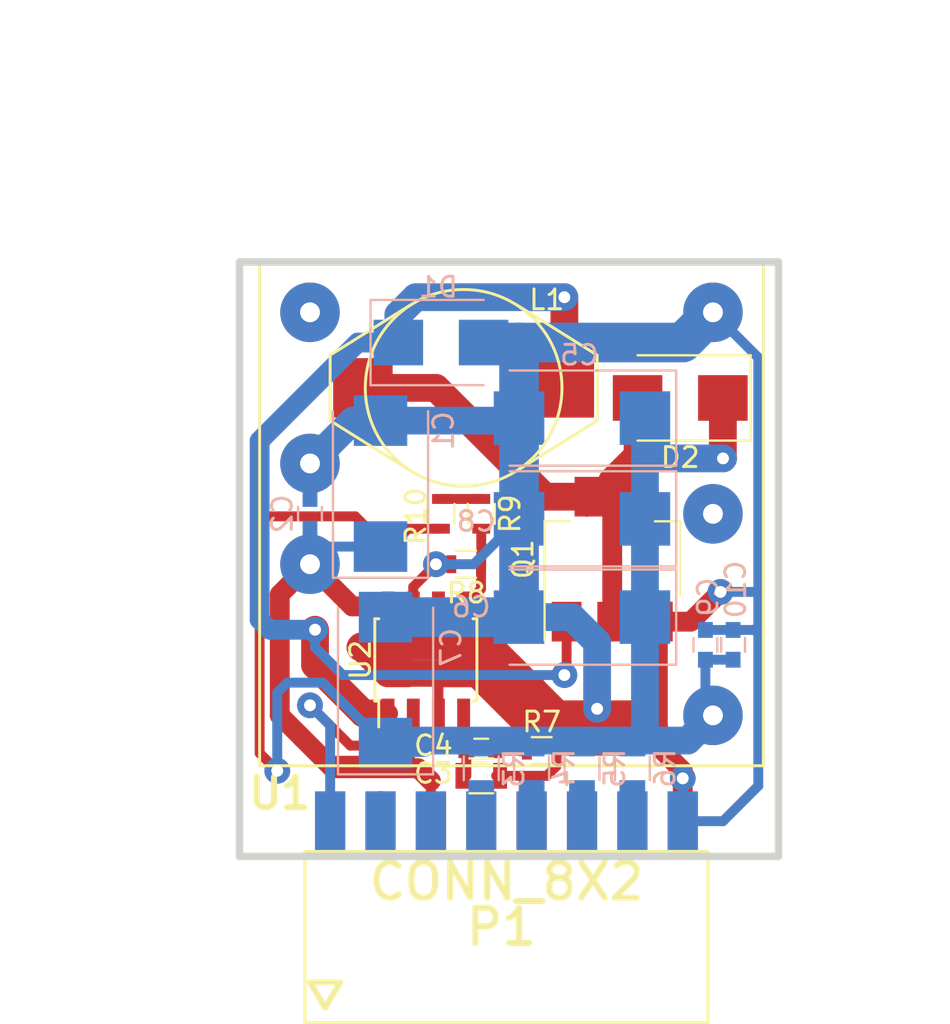
<source format=kicad_pcb>
(kicad_pcb (version 4) (host pcbnew 4.0.6)

  (general
    (links 61)
    (no_connects 0)
    (area 15.773399 35.3568 116.436756 173.329601)
    (thickness 1.6002)
    (drawings 14)
    (tracks 232)
    (zones 0)
    (modules 25)
    (nets 20)
  )

  (page A4)
  (title_block
    (title "Power Module")
    (date 2017-10-01)
    (rev "V 0.20")
    (company F4DEB)
  )

  (layers
    (0 Composant signal)
    (31 Cuivre signal hide)
    (32 B.Adhes user)
    (33 F.Adhes user)
    (34 B.Paste user)
    (35 F.Paste user)
    (36 B.SilkS user)
    (37 F.SilkS user)
    (38 B.Mask user)
    (39 F.Mask user)
    (40 Dwgs.User user)
    (41 Cmts.User user)
    (42 Eco1.User user)
    (43 Eco2.User user)
    (44 Edge.Cuts user)
  )

  (setup
    (last_trace_width 0.2032)
    (user_trace_width 0.29972)
    (user_trace_width 0.35052)
    (user_trace_width 0.39878)
    (user_trace_width 0.5)
    (user_trace_width 1.00076)
    (user_trace_width 1.4)
    (user_trace_width 1.99898)
    (user_trace_width 2.99974)
    (trace_clearance 0.20066)
    (zone_clearance 1)
    (zone_45_only no)
    (trace_min 0.2032)
    (segment_width 0.381)
    (edge_width 0.381)
    (via_size 1.30048)
    (via_drill 0.59944)
    (via_min_size 0.889)
    (via_min_drill 0.508)
    (user_via 1.30048 0.59944)
    (uvia_size 0.508)
    (uvia_drill 0.127)
    (uvias_allowed no)
    (uvia_min_size 0.508)
    (uvia_min_drill 0.127)
    (pcb_text_width 0.3048)
    (pcb_text_size 1.524 2.032)
    (mod_edge_width 0.381)
    (mod_text_size 1.524 1.524)
    (mod_text_width 0.3048)
    (pad_size 1.35 1.8)
    (pad_drill 0)
    (pad_to_mask_clearance 0.254)
    (aux_axis_origin 0 0)
    (visible_elements 7FFEF3FF)
    (pcbplotparams
      (layerselection 0x01030_80000001)
      (usegerberextensions false)
      (excludeedgelayer true)
      (linewidth 0.150000)
      (plotframeref true)
      (viasonmask false)
      (mode 1)
      (useauxorigin false)
      (hpglpennumber 1)
      (hpglpenspeed 20)
      (hpglpendiameter 15)
      (hpglpenoverlay 0)
      (psnegative false)
      (psa4output false)
      (plotreference true)
      (plotvalue true)
      (plotinvisibletext false)
      (padsonsilk false)
      (subtractmaskfromsilk false)
      (outputformat 5)
      (mirror false)
      (drillshape 0)
      (scaleselection 1)
      (outputdirectory ""))
  )

  (net 0 "")
  (net 1 GND)
  (net 2 +3V3)
  (net 3 +5VA)
  (net 4 +BATT)
  (net 5 +12V)
  (net 6 +5V)
  (net 7 "Net-(U1-Pad4)")
  (net 8 /RA)
  (net 9 "Net-(R1-Pad2)")
  (net 10 /RD)
  (net 11 "Net-(C3-Pad1)")
  (net 12 "Net-(C4-Pad2)")
  (net 13 "Net-(C10-Pad1)")
  (net 14 "Net-(D1-Pad1)")
  (net 15 "Net-(D2-Pad2)")
  (net 16 "Net-(R8-Pad1)")
  (net 17 "Net-(R10-Pad2)")
  (net 18 "Net-(U2-Pad2)")
  (net 19 "Net-(U2-Pad6)")

  (net_class Default "Ceci est la Netclass par défaut"
    (clearance 0.20066)
    (trace_width 0.2032)
    (via_dia 1.30048)
    (via_drill 0.59944)
    (uvia_dia 0.508)
    (uvia_drill 0.127)
    (add_net +12V)
    (add_net +3V3)
    (add_net +5V)
    (add_net +5VA)
    (add_net +BATT)
    (add_net /RA)
    (add_net /RD)
    (add_net GND)
    (add_net "Net-(C10-Pad1)")
    (add_net "Net-(C3-Pad1)")
    (add_net "Net-(C4-Pad2)")
    (add_net "Net-(D1-Pad1)")
    (add_net "Net-(D2-Pad2)")
    (add_net "Net-(R1-Pad2)")
    (add_net "Net-(R10-Pad2)")
    (add_net "Net-(R8-Pad1)")
    (add_net "Net-(U1-Pad4)")
    (add_net "Net-(U2-Pad2)")
    (add_net "Net-(U2-Pad6)")
  )

  (module f4deb-mod-library:TRACO-THN-15-1211 (layer Composant) (tedit 5A0366E2) (tstamp 59C95183)
    (at 144.526 89.154 90)
    (path /59C2FDE6)
    (fp_text reference U1 (at -24.257 -1.524 180) (layer F.SilkS)
      (effects (font (thickness 0.3048)))
    )
    (fp_text value TRACO-THN-15-1211 (at -20.32 -5.08 90) (layer F.SilkS) hide
      (effects (font (thickness 0.3048)))
    )
    (fp_line (start -22.86 -2.54) (end 2.54 -2.54) (layer F.SilkS) (width 0.15))
    (fp_line (start 2.54 -2.54) (end 2.54 22.86) (layer F.SilkS) (width 0.15))
    (fp_line (start 2.54 22.86) (end -22.86 22.86) (layer F.SilkS) (width 0.15))
    (fp_line (start -22.86 22.86) (end -22.86 -2.54) (layer F.SilkS) (width 0.15))
    (pad 6 thru_hole oval (at 0 0 90) (size 3 3) (drill 1) (layers *.Cu)
      (net 9 "Net-(R1-Pad2)"))
    (pad 2 thru_hole oval (at -7.62 0 90) (size 3 3) (drill 1) (layers *.Cu)
      (net 1 GND))
    (pad 1 thru_hole oval (at -12.7 0 90) (size 3 3) (drill 1) (layers *.Cu)
      (net 4 +BATT))
    (pad 4 thru_hole oval (at -10.16 20.32 90) (size 3 3) (drill 1) (layers *.Cu)
      (net 7 "Net-(U1-Pad4)"))
    (pad 5 thru_hole oval (at 0 20.32 90) (size 3 3) (drill 1) (layers *.Cu)
      (net 1 GND))
    (pad 3 thru_hole oval (at -20.32 20.32 90) (size 3 3) (drill 1) (layers *.Cu)
      (net 13 "Net-(C10-Pad1)"))
    (model D:/electronique/git-f4deb/f4deb-3D-Object/TRACOPOWER-THN15.wrl
      (at (xyz 0 0 0))
      (scale (xyz 1 1 1))
      (rotate (xyz 0 0 0))
    )
  )

  (module TO_SOT_Packages_SMD:SOT-223 (layer Composant) (tedit 5A0211E0) (tstamp 5A020EC5)
    (at 159.766 101.6 90)
    (descr "module CMS SOT223 4 pins")
    (tags "CMS SOT")
    (path /5A010E65)
    (attr smd)
    (fp_text reference Q1 (at 0 -4.5 90) (layer F.SilkS)
      (effects (font (size 1 1) (thickness 0.15)))
    )
    (fp_text value IRLL3303 (at 0 4.5 90) (layer F.Fab)
      (effects (font (size 1 1) (thickness 0.15)))
    )
    (fp_text user %R (at 0 0 180) (layer F.Fab)
      (effects (font (size 0.8 0.8) (thickness 0.12)))
    )
    (fp_line (start -1.85 -2.3) (end -0.8 -3.35) (layer F.Fab) (width 0.1))
    (fp_line (start 1.91 3.41) (end 1.91 2.15) (layer F.SilkS) (width 0.12))
    (fp_line (start 1.91 -3.41) (end 1.91 -2.15) (layer F.SilkS) (width 0.12))
    (fp_line (start 4.4 -3.6) (end -4.4 -3.6) (layer F.CrtYd) (width 0.05))
    (fp_line (start 4.4 3.6) (end 4.4 -3.6) (layer F.CrtYd) (width 0.05))
    (fp_line (start -4.4 3.6) (end 4.4 3.6) (layer F.CrtYd) (width 0.05))
    (fp_line (start -4.4 -3.6) (end -4.4 3.6) (layer F.CrtYd) (width 0.05))
    (fp_line (start -1.85 -2.3) (end -1.85 3.35) (layer F.Fab) (width 0.1))
    (fp_line (start -1.85 3.41) (end 1.91 3.41) (layer F.SilkS) (width 0.12))
    (fp_line (start -0.8 -3.35) (end 1.85 -3.35) (layer F.Fab) (width 0.1))
    (fp_line (start -4.1 -3.41) (end 1.91 -3.41) (layer F.SilkS) (width 0.12))
    (fp_line (start -1.85 3.35) (end 1.85 3.35) (layer F.Fab) (width 0.1))
    (fp_line (start 1.85 -3.35) (end 1.85 3.35) (layer F.Fab) (width 0.1))
    (pad 4 smd rect (at 3.15 0 90) (size 2 3.8) (layers Composant F.Paste F.Mask)
      (net 15 "Net-(D2-Pad2)"))
    (pad 2 smd rect (at -3.15 0 90) (size 2 1.5) (layers Composant F.Paste F.Mask)
      (net 15 "Net-(D2-Pad2)"))
    (pad 3 smd rect (at -3.15 2.3 90) (size 2 1.5) (layers Composant F.Paste F.Mask)
      (net 1 GND))
    (pad 1 smd rect (at -3.15 -2.3 90) (size 2 1.5) (layers Composant F.Paste F.Mask)
      (net 14 "Net-(D1-Pad1)"))
    (model ${KISYS3DMOD}/TO_SOT_Packages_SMD.3dshapes/SOT-223.wrl
      (at (xyz 0 0 0))
      (scale (xyz 0.4 0.4 0.4))
      (rotate (xyz 0 0 90))
    )
  )

  (module f4deb-mod-library:HE10-16-F-2 (layer Composant) (tedit 59D14F67) (tstamp 59D172B0)
    (at 163.322 114.808 180)
    (descr "CONNECTEUR FEMELLE 2.54MM COUDE 16 VOIES")
    (tags "CONN HE10")
    (path /59C9573E)
    (fp_text reference P1 (at 9.144 -5.334 180) (layer F.SilkS)
      (effects (font (size 1.778 1.778) (thickness 0.3048)))
    )
    (fp_text value CONN_8X2 (at 8.89 -3.048 180) (layer F.SilkS)
      (effects (font (size 1.778 1.778) (thickness 0.3048)))
    )
    (fp_line (start -1.27 -1.524) (end -1.27 -10.16) (layer F.SilkS) (width 0.15))
    (fp_line (start -1.27 -10.16) (end 19.05 -10.16) (layer F.SilkS) (width 0.15))
    (fp_line (start 19.05 -10.16) (end 19.05 -1.524) (layer F.SilkS) (width 0.15))
    (fp_line (start -1.27 -1.524) (end 19.05 -1.524) (layer F.SilkS) (width 0.15))
    (fp_line (start 18.034 -9.398) (end 18.796 -8.128) (layer F.SilkS) (width 0.3048))
    (fp_line (start 18.796 -8.128) (end 17.272 -8.128) (layer F.SilkS) (width 0.3048))
    (fp_line (start 17.272 -8.128) (end 18.034 -9.398) (layer F.SilkS) (width 0.3048))
    (pad 1 smd rect (at 17.78 0 180) (size 1.524 3) (layers Composant F.Paste F.Mask)
      (net 1 GND))
    (pad 3 smd rect (at 15.24 0 180) (size 1.524 3) (layers Composant F.Paste F.Mask)
      (net 8 /RA))
    (pad 5 smd rect (at 12.7 0 180) (size 1.524 3) (layers Composant F.Paste F.Mask)
      (net 4 +BATT))
    (pad 9 smd rect (at 7.62 0 180) (size 1.524 3) (layers Composant F.Paste F.Mask)
      (net 3 +5VA))
    (pad 11 smd rect (at 5.08 0 180) (size 1.524 3) (layers Composant F.Paste F.Mask)
      (net 6 +5V))
    (pad 7 smd rect (at 10.16 0 180) (size 1.524 3) (layers Composant F.Paste F.Mask)
      (net 5 +12V))
    (pad 13 smd rect (at 2.54 0 180) (size 1.524 3) (layers Composant F.Paste F.Mask)
      (net 2 +3V3))
    (pad 15 smd rect (at 0 0 180) (size 1.524 3) (layers Composant F.Paste F.Mask)
      (net 1 GND))
    (pad 16 smd rect (at 0 0 180) (size 1.524 3) (layers Cuivre F.Paste F.Mask)
      (net 1 GND))
    (pad 14 smd rect (at 2.54 0 180) (size 1.524 3) (layers Cuivre F.Paste F.Mask)
      (net 2 +3V3))
    (pad 12 smd rect (at 5.08 0 180) (size 1.524 3) (layers Cuivre F.Paste F.Mask)
      (net 6 +5V))
    (pad 10 smd rect (at 7.62 0 180) (size 1.524 3) (layers Cuivre F.Paste F.Mask)
      (net 3 +5VA))
    (pad 8 smd rect (at 10.16 0 180) (size 1.524 3) (layers Cuivre F.Paste F.Mask)
      (net 5 +12V))
    (pad 6 smd rect (at 12.7 0 180) (size 1.524 3) (layers Cuivre F.Paste F.Mask)
      (net 4 +BATT))
    (pad 4 smd rect (at 15.24 0 180) (size 1.524 3) (layers Cuivre F.Paste F.Mask)
      (net 10 /RD))
    (pad 2 smd rect (at 17.78 0 180) (size 1.524 3) (layers Cuivre F.Paste F.Mask)
      (net 1 GND))
    (model pin_strip/pin_socket_8x2.wrl
      (at (xyz 0.35 0.05 -0.05))
      (scale (xyz 1 1 1))
      (rotate (xyz 90 0 0))
    )
  )

  (module Capacitors_Tantalum_SMD:CP_Tantalum_Case-D_EIA-7343-31_Reflow (layer Cuivre) (tedit 5A0366C3) (tstamp 5A020DE2)
    (at 148.082 97.79 90)
    (descr "Tantalum capacitor, Case D, EIA 7343-31, 7.3x4.3x2.8mm, Reflow soldering footprint")
    (tags "capacitor tantalum smd")
    (path /5A0102AB)
    (attr smd)
    (fp_text reference C1 (at 2.667 3.175 90) (layer B.SilkS)
      (effects (font (size 1 1) (thickness 0.15)) (justify mirror))
    )
    (fp_text value 22µ/35V (at 0 -3.9 90) (layer B.Fab)
      (effects (font (size 1 1) (thickness 0.15)) (justify mirror))
    )
    (fp_text user %R (at 0 0 90) (layer B.Fab)
      (effects (font (size 1 1) (thickness 0.15)) (justify mirror))
    )
    (fp_line (start -4.85 2.5) (end -4.85 -2.5) (layer B.CrtYd) (width 0.05))
    (fp_line (start -4.85 -2.5) (end 4.85 -2.5) (layer B.CrtYd) (width 0.05))
    (fp_line (start 4.85 -2.5) (end 4.85 2.5) (layer B.CrtYd) (width 0.05))
    (fp_line (start 4.85 2.5) (end -4.85 2.5) (layer B.CrtYd) (width 0.05))
    (fp_line (start -3.65 2.15) (end -3.65 -2.15) (layer B.Fab) (width 0.1))
    (fp_line (start -3.65 -2.15) (end 3.65 -2.15) (layer B.Fab) (width 0.1))
    (fp_line (start 3.65 -2.15) (end 3.65 2.15) (layer B.Fab) (width 0.1))
    (fp_line (start 3.65 2.15) (end -3.65 2.15) (layer B.Fab) (width 0.1))
    (fp_line (start -2.92 2.15) (end -2.92 -2.15) (layer B.Fab) (width 0.1))
    (fp_line (start -2.555 2.15) (end -2.555 -2.15) (layer B.Fab) (width 0.1))
    (fp_line (start -4.75 2.4) (end 3.65 2.4) (layer B.SilkS) (width 0.12))
    (fp_line (start -4.75 -2.4) (end 3.65 -2.4) (layer B.SilkS) (width 0.12))
    (fp_line (start -4.75 2.4) (end -4.75 -2.4) (layer B.SilkS) (width 0.12))
    (pad 1 smd rect (at -3.175 0 90) (size 2.55 2.7) (layers Cuivre B.Paste B.Mask)
      (net 4 +BATT))
    (pad 2 smd rect (at 3.175 0 90) (size 2.55 2.7) (layers Cuivre B.Paste B.Mask)
      (net 1 GND))
    (model Capacitors_Tantalum_SMD.3dshapes/CP_Tantalum_Case-D_EIA-7343-31.wrl
      (at (xyz 0 0 0))
      (scale (xyz 1 1 1))
      (rotate (xyz 0 0 0))
    )
  )

  (module Capacitors_SMD:C_0603 (layer Cuivre) (tedit 5A0366BA) (tstamp 5A020DF3)
    (at 144.526 99.314 90)
    (descr "Capacitor SMD 0603, reflow soldering, AVX (see smccp.pdf)")
    (tags "capacitor 0603")
    (path /5A010392)
    (attr smd)
    (fp_text reference C2 (at 0 -1.397 90) (layer B.SilkS)
      (effects (font (size 1 1) (thickness 0.15)) (justify mirror))
    )
    (fp_text value 47n (at 0 -1.5 90) (layer B.Fab)
      (effects (font (size 1 1) (thickness 0.15)) (justify mirror))
    )
    (fp_line (start 1.4 -0.65) (end -1.4 -0.65) (layer B.CrtYd) (width 0.05))
    (fp_line (start 1.4 -0.65) (end 1.4 0.65) (layer B.CrtYd) (width 0.05))
    (fp_line (start -1.4 0.65) (end -1.4 -0.65) (layer B.CrtYd) (width 0.05))
    (fp_line (start -1.4 0.65) (end 1.4 0.65) (layer B.CrtYd) (width 0.05))
    (fp_line (start 0.35 -0.6) (end -0.35 -0.6) (layer B.SilkS) (width 0.12))
    (fp_line (start -0.35 0.6) (end 0.35 0.6) (layer B.SilkS) (width 0.12))
    (fp_line (start -0.8 0.4) (end 0.8 0.4) (layer B.Fab) (width 0.1))
    (fp_line (start 0.8 0.4) (end 0.8 -0.4) (layer B.Fab) (width 0.1))
    (fp_line (start 0.8 -0.4) (end -0.8 -0.4) (layer B.Fab) (width 0.1))
    (fp_line (start -0.8 -0.4) (end -0.8 0.4) (layer B.Fab) (width 0.1))
    (fp_text user %R (at 0 0 90) (layer B.Fab)
      (effects (font (size 0.3 0.3) (thickness 0.075)) (justify mirror))
    )
    (pad 2 smd rect (at 0.75 0 90) (size 0.8 0.75) (layers Cuivre B.Paste B.Mask)
      (net 1 GND))
    (pad 1 smd rect (at -0.75 0 90) (size 0.8 0.75) (layers Cuivre B.Paste B.Mask)
      (net 4 +BATT))
    (model Capacitors_SMD.3dshapes/C_0603.wrl
      (at (xyz 0 0 0))
      (scale (xyz 1 1 1))
      (rotate (xyz 0 0 0))
    )
  )

  (module Capacitors_SMD:C_0603 (layer Composant) (tedit 5A0366FE) (tstamp 5A020E15)
    (at 153.162 111.252)
    (descr "Capacitor SMD 0603, reflow soldering, AVX (see smccp.pdf)")
    (tags "capacitor 0603")
    (path /5A0104D1)
    (attr smd)
    (fp_text reference C4 (at -2.413 -0.254) (layer F.SilkS)
      (effects (font (size 1 1) (thickness 0.15)))
    )
    (fp_text value 22n (at 0 1.5) (layer F.Fab)
      (effects (font (size 1 1) (thickness 0.15)))
    )
    (fp_line (start 1.4 0.65) (end -1.4 0.65) (layer F.CrtYd) (width 0.05))
    (fp_line (start 1.4 0.65) (end 1.4 -0.65) (layer F.CrtYd) (width 0.05))
    (fp_line (start -1.4 -0.65) (end -1.4 0.65) (layer F.CrtYd) (width 0.05))
    (fp_line (start -1.4 -0.65) (end 1.4 -0.65) (layer F.CrtYd) (width 0.05))
    (fp_line (start 0.35 0.6) (end -0.35 0.6) (layer F.SilkS) (width 0.12))
    (fp_line (start -0.35 -0.6) (end 0.35 -0.6) (layer F.SilkS) (width 0.12))
    (fp_line (start -0.8 -0.4) (end 0.8 -0.4) (layer F.Fab) (width 0.1))
    (fp_line (start 0.8 -0.4) (end 0.8 0.4) (layer F.Fab) (width 0.1))
    (fp_line (start 0.8 0.4) (end -0.8 0.4) (layer F.Fab) (width 0.1))
    (fp_line (start -0.8 0.4) (end -0.8 -0.4) (layer F.Fab) (width 0.1))
    (fp_text user %R (at 0 0) (layer F.Fab)
      (effects (font (size 0.3 0.3) (thickness 0.075)))
    )
    (pad 2 smd rect (at 0.75 0) (size 0.8 0.75) (layers Composant F.Paste F.Mask)
      (net 12 "Net-(C4-Pad2)"))
    (pad 1 smd rect (at -0.75 0) (size 0.8 0.75) (layers Composant F.Paste F.Mask)
      (net 11 "Net-(C3-Pad1)"))
    (model Capacitors_SMD.3dshapes/C_0603.wrl
      (at (xyz 0 0 0))
      (scale (xyz 1 1 1))
      (rotate (xyz 0 0 0))
    )
  )

  (module Capacitors_Tantalum_SMD:CP_Tantalum_Case-D_EIA-7343-31_Reflow (layer Cuivre) (tedit 5A061548) (tstamp 5A020E29)
    (at 158.242 94.488 180)
    (descr "Tantalum capacitor, Case D, EIA 7343-31, 7.3x4.3x2.8mm, Reflow soldering footprint")
    (tags "capacitor tantalum smd")
    (path /5A01141F)
    (attr smd)
    (fp_text reference C5 (at 0.127 3.175 180) (layer B.SilkS)
      (effects (font (size 1 1) (thickness 0.15)) (justify mirror))
    )
    (fp_text value 100µ/16V (at 0 -3.9 180) (layer B.Fab)
      (effects (font (size 1 1) (thickness 0.15)) (justify mirror))
    )
    (fp_text user %R (at 0 0 180) (layer B.Fab)
      (effects (font (size 1 1) (thickness 0.15)) (justify mirror))
    )
    (fp_line (start -4.85 2.5) (end -4.85 -2.5) (layer B.CrtYd) (width 0.05))
    (fp_line (start -4.85 -2.5) (end 4.85 -2.5) (layer B.CrtYd) (width 0.05))
    (fp_line (start 4.85 -2.5) (end 4.85 2.5) (layer B.CrtYd) (width 0.05))
    (fp_line (start 4.85 2.5) (end -4.85 2.5) (layer B.CrtYd) (width 0.05))
    (fp_line (start -3.65 2.15) (end -3.65 -2.15) (layer B.Fab) (width 0.1))
    (fp_line (start -3.65 -2.15) (end 3.65 -2.15) (layer B.Fab) (width 0.1))
    (fp_line (start 3.65 -2.15) (end 3.65 2.15) (layer B.Fab) (width 0.1))
    (fp_line (start 3.65 2.15) (end -3.65 2.15) (layer B.Fab) (width 0.1))
    (fp_line (start -2.92 2.15) (end -2.92 -2.15) (layer B.Fab) (width 0.1))
    (fp_line (start -2.555 2.15) (end -2.555 -2.15) (layer B.Fab) (width 0.1))
    (fp_line (start -4.75 2.4) (end 3.65 2.4) (layer B.SilkS) (width 0.12))
    (fp_line (start -4.75 -2.4) (end 3.65 -2.4) (layer B.SilkS) (width 0.12))
    (fp_line (start -4.75 2.4) (end -4.75 -2.4) (layer B.SilkS) (width 0.12))
    (pad 1 smd rect (at -3.175 0 180) (size 2.55 2.7) (layers Cuivre B.Paste B.Mask)
      (net 13 "Net-(C10-Pad1)"))
    (pad 2 smd rect (at 3.175 0 180) (size 2.55 2.7) (layers Cuivre B.Paste B.Mask)
      (net 1 GND))
    (model Capacitors_Tantalum_SMD.3dshapes/CP_Tantalum_Case-D_EIA-7343-31.wrl
      (at (xyz 0 0 0))
      (scale (xyz 1 1 1))
      (rotate (xyz 0 0 0))
    )
  )

  (module Capacitors_Tantalum_SMD:CP_Tantalum_Case-D_EIA-7343-31_Reflow (layer Cuivre) (tedit 5A061569) (tstamp 5A020E3D)
    (at 158.242 104.521 180)
    (descr "Tantalum capacitor, Case D, EIA 7343-31, 7.3x4.3x2.8mm, Reflow soldering footprint")
    (tags "capacitor tantalum smd")
    (path /5A01224A)
    (attr smd)
    (fp_text reference C6 (at 5.588 0.508 180) (layer B.SilkS)
      (effects (font (size 1 1) (thickness 0.15)) (justify mirror))
    )
    (fp_text value 22µ/35V (at 0 -3.9 180) (layer B.Fab)
      (effects (font (size 1 1) (thickness 0.15)) (justify mirror))
    )
    (fp_text user %R (at 0 0 180) (layer B.Fab)
      (effects (font (size 1 1) (thickness 0.15)) (justify mirror))
    )
    (fp_line (start -4.85 2.5) (end -4.85 -2.5) (layer B.CrtYd) (width 0.05))
    (fp_line (start -4.85 -2.5) (end 4.85 -2.5) (layer B.CrtYd) (width 0.05))
    (fp_line (start 4.85 -2.5) (end 4.85 2.5) (layer B.CrtYd) (width 0.05))
    (fp_line (start 4.85 2.5) (end -4.85 2.5) (layer B.CrtYd) (width 0.05))
    (fp_line (start -3.65 2.15) (end -3.65 -2.15) (layer B.Fab) (width 0.1))
    (fp_line (start -3.65 -2.15) (end 3.65 -2.15) (layer B.Fab) (width 0.1))
    (fp_line (start 3.65 -2.15) (end 3.65 2.15) (layer B.Fab) (width 0.1))
    (fp_line (start 3.65 2.15) (end -3.65 2.15) (layer B.Fab) (width 0.1))
    (fp_line (start -2.92 2.15) (end -2.92 -2.15) (layer B.Fab) (width 0.1))
    (fp_line (start -2.555 2.15) (end -2.555 -2.15) (layer B.Fab) (width 0.1))
    (fp_line (start -4.75 2.4) (end 3.65 2.4) (layer B.SilkS) (width 0.12))
    (fp_line (start -4.75 -2.4) (end 3.65 -2.4) (layer B.SilkS) (width 0.12))
    (fp_line (start -4.75 2.4) (end -4.75 -2.4) (layer B.SilkS) (width 0.12))
    (pad 1 smd rect (at -3.175 0 180) (size 2.55 2.7) (layers Cuivre B.Paste B.Mask)
      (net 13 "Net-(C10-Pad1)"))
    (pad 2 smd rect (at 3.175 0 180) (size 2.55 2.7) (layers Cuivre B.Paste B.Mask)
      (net 1 GND))
    (model Capacitors_Tantalum_SMD.3dshapes/CP_Tantalum_Case-D_EIA-7343-31.wrl
      (at (xyz 0 0 0))
      (scale (xyz 1 1 1))
      (rotate (xyz 0 0 0))
    )
  )

  (module Capacitors_Tantalum_SMD:CP_Tantalum_Case-D_EIA-7343-31_Reflow (layer Cuivre) (tedit 5A036643) (tstamp 5A020E51)
    (at 148.336 107.696 90)
    (descr "Tantalum capacitor, Case D, EIA 7343-31, 7.3x4.3x2.8mm, Reflow soldering footprint")
    (tags "capacitor tantalum smd")
    (path /5A0123DC)
    (attr smd)
    (fp_text reference C7 (at 1.651 3.302 90) (layer B.SilkS)
      (effects (font (size 1 1) (thickness 0.15)) (justify mirror))
    )
    (fp_text value 22µ/35V (at 0 -3.9 90) (layer B.Fab)
      (effects (font (size 1 1) (thickness 0.15)) (justify mirror))
    )
    (fp_text user %R (at 0 0 90) (layer B.Fab)
      (effects (font (size 1 1) (thickness 0.15)) (justify mirror))
    )
    (fp_line (start -4.85 2.5) (end -4.85 -2.5) (layer B.CrtYd) (width 0.05))
    (fp_line (start -4.85 -2.5) (end 4.85 -2.5) (layer B.CrtYd) (width 0.05))
    (fp_line (start 4.85 -2.5) (end 4.85 2.5) (layer B.CrtYd) (width 0.05))
    (fp_line (start 4.85 2.5) (end -4.85 2.5) (layer B.CrtYd) (width 0.05))
    (fp_line (start -3.65 2.15) (end -3.65 -2.15) (layer B.Fab) (width 0.1))
    (fp_line (start -3.65 -2.15) (end 3.65 -2.15) (layer B.Fab) (width 0.1))
    (fp_line (start 3.65 -2.15) (end 3.65 2.15) (layer B.Fab) (width 0.1))
    (fp_line (start 3.65 2.15) (end -3.65 2.15) (layer B.Fab) (width 0.1))
    (fp_line (start -2.92 2.15) (end -2.92 -2.15) (layer B.Fab) (width 0.1))
    (fp_line (start -2.555 2.15) (end -2.555 -2.15) (layer B.Fab) (width 0.1))
    (fp_line (start -4.75 2.4) (end 3.65 2.4) (layer B.SilkS) (width 0.12))
    (fp_line (start -4.75 -2.4) (end 3.65 -2.4) (layer B.SilkS) (width 0.12))
    (fp_line (start -4.75 2.4) (end -4.75 -2.4) (layer B.SilkS) (width 0.12))
    (pad 1 smd rect (at -3.175 0 90) (size 2.55 2.7) (layers Cuivre B.Paste B.Mask)
      (net 13 "Net-(C10-Pad1)"))
    (pad 2 smd rect (at 3.175 0 90) (size 2.55 2.7) (layers Cuivre B.Paste B.Mask)
      (net 1 GND))
    (model Capacitors_Tantalum_SMD.3dshapes/CP_Tantalum_Case-D_EIA-7343-31.wrl
      (at (xyz 0 0 0))
      (scale (xyz 1 1 1))
      (rotate (xyz 0 0 0))
    )
  )

  (module Capacitors_Tantalum_SMD:CP_Tantalum_Case-D_EIA-7343-31_Reflow (layer Cuivre) (tedit 5A061561) (tstamp 5A020E65)
    (at 158.242 99.568 180)
    (descr "Tantalum capacitor, Case D, EIA 7343-31, 7.3x4.3x2.8mm, Reflow soldering footprint")
    (tags "capacitor tantalum smd")
    (path /5A0125A7)
    (attr smd)
    (fp_text reference C8 (at 5.334 -0.127 180) (layer B.SilkS)
      (effects (font (size 1 1) (thickness 0.15)) (justify mirror))
    )
    (fp_text value 22µ/35V (at 0 -3.9 180) (layer B.Fab)
      (effects (font (size 1 1) (thickness 0.15)) (justify mirror))
    )
    (fp_text user %R (at 0 0 180) (layer B.Fab)
      (effects (font (size 1 1) (thickness 0.15)) (justify mirror))
    )
    (fp_line (start -4.85 2.5) (end -4.85 -2.5) (layer B.CrtYd) (width 0.05))
    (fp_line (start -4.85 -2.5) (end 4.85 -2.5) (layer B.CrtYd) (width 0.05))
    (fp_line (start 4.85 -2.5) (end 4.85 2.5) (layer B.CrtYd) (width 0.05))
    (fp_line (start 4.85 2.5) (end -4.85 2.5) (layer B.CrtYd) (width 0.05))
    (fp_line (start -3.65 2.15) (end -3.65 -2.15) (layer B.Fab) (width 0.1))
    (fp_line (start -3.65 -2.15) (end 3.65 -2.15) (layer B.Fab) (width 0.1))
    (fp_line (start 3.65 -2.15) (end 3.65 2.15) (layer B.Fab) (width 0.1))
    (fp_line (start 3.65 2.15) (end -3.65 2.15) (layer B.Fab) (width 0.1))
    (fp_line (start -2.92 2.15) (end -2.92 -2.15) (layer B.Fab) (width 0.1))
    (fp_line (start -2.555 2.15) (end -2.555 -2.15) (layer B.Fab) (width 0.1))
    (fp_line (start -4.75 2.4) (end 3.65 2.4) (layer B.SilkS) (width 0.12))
    (fp_line (start -4.75 -2.4) (end 3.65 -2.4) (layer B.SilkS) (width 0.12))
    (fp_line (start -4.75 2.4) (end -4.75 -2.4) (layer B.SilkS) (width 0.12))
    (pad 1 smd rect (at -3.175 0 180) (size 2.55 2.7) (layers Cuivre B.Paste B.Mask)
      (net 13 "Net-(C10-Pad1)"))
    (pad 2 smd rect (at 3.175 0 180) (size 2.55 2.7) (layers Cuivre B.Paste B.Mask)
      (net 1 GND))
    (model Capacitors_Tantalum_SMD.3dshapes/CP_Tantalum_Case-D_EIA-7343-31.wrl
      (at (xyz 0 0 0))
      (scale (xyz 1 1 1))
      (rotate (xyz 0 0 0))
    )
  )

  (module Capacitors_SMD:C_0603 (layer Cuivre) (tedit 5A03664A) (tstamp 5A020E76)
    (at 164.465 105.918 90)
    (descr "Capacitor SMD 0603, reflow soldering, AVX (see smccp.pdf)")
    (tags "capacitor 0603")
    (path /5A01247C)
    (attr smd)
    (fp_text reference C9 (at 2.413 0.127 90) (layer B.SilkS)
      (effects (font (size 1 1) (thickness 0.15)) (justify mirror))
    )
    (fp_text value 100n (at 0 -1.5 90) (layer B.Fab)
      (effects (font (size 1 1) (thickness 0.15)) (justify mirror))
    )
    (fp_line (start 1.4 -0.65) (end -1.4 -0.65) (layer B.CrtYd) (width 0.05))
    (fp_line (start 1.4 -0.65) (end 1.4 0.65) (layer B.CrtYd) (width 0.05))
    (fp_line (start -1.4 0.65) (end -1.4 -0.65) (layer B.CrtYd) (width 0.05))
    (fp_line (start -1.4 0.65) (end 1.4 0.65) (layer B.CrtYd) (width 0.05))
    (fp_line (start 0.35 -0.6) (end -0.35 -0.6) (layer B.SilkS) (width 0.12))
    (fp_line (start -0.35 0.6) (end 0.35 0.6) (layer B.SilkS) (width 0.12))
    (fp_line (start -0.8 0.4) (end 0.8 0.4) (layer B.Fab) (width 0.1))
    (fp_line (start 0.8 0.4) (end 0.8 -0.4) (layer B.Fab) (width 0.1))
    (fp_line (start 0.8 -0.4) (end -0.8 -0.4) (layer B.Fab) (width 0.1))
    (fp_line (start -0.8 -0.4) (end -0.8 0.4) (layer B.Fab) (width 0.1))
    (fp_text user %R (at 0 0 90) (layer B.Fab)
      (effects (font (size 0.3 0.3) (thickness 0.075)) (justify mirror))
    )
    (pad 2 smd rect (at 0.75 0 90) (size 0.8 0.75) (layers Cuivre B.Paste B.Mask)
      (net 1 GND))
    (pad 1 smd rect (at -0.75 0 90) (size 0.8 0.75) (layers Cuivre B.Paste B.Mask)
      (net 13 "Net-(C10-Pad1)"))
    (model Capacitors_SMD.3dshapes/C_0603.wrl
      (at (xyz 0 0 0))
      (scale (xyz 1 1 1))
      (rotate (xyz 0 0 0))
    )
  )

  (module Capacitors_SMD:C_0603 (layer Cuivre) (tedit 5A03665E) (tstamp 5A020E87)
    (at 165.862 105.918 90)
    (descr "Capacitor SMD 0603, reflow soldering, AVX (see smccp.pdf)")
    (tags "capacitor 0603")
    (path /5A012423)
    (attr smd)
    (fp_text reference C10 (at 2.794 0.127 90) (layer B.SilkS)
      (effects (font (size 1 1) (thickness 0.15)) (justify mirror))
    )
    (fp_text value 100n (at 0 -1.5 90) (layer B.Fab)
      (effects (font (size 1 1) (thickness 0.15)) (justify mirror))
    )
    (fp_line (start 1.4 -0.65) (end -1.4 -0.65) (layer B.CrtYd) (width 0.05))
    (fp_line (start 1.4 -0.65) (end 1.4 0.65) (layer B.CrtYd) (width 0.05))
    (fp_line (start -1.4 0.65) (end -1.4 -0.65) (layer B.CrtYd) (width 0.05))
    (fp_line (start -1.4 0.65) (end 1.4 0.65) (layer B.CrtYd) (width 0.05))
    (fp_line (start 0.35 -0.6) (end -0.35 -0.6) (layer B.SilkS) (width 0.12))
    (fp_line (start -0.35 0.6) (end 0.35 0.6) (layer B.SilkS) (width 0.12))
    (fp_line (start -0.8 0.4) (end 0.8 0.4) (layer B.Fab) (width 0.1))
    (fp_line (start 0.8 0.4) (end 0.8 -0.4) (layer B.Fab) (width 0.1))
    (fp_line (start 0.8 -0.4) (end -0.8 -0.4) (layer B.Fab) (width 0.1))
    (fp_line (start -0.8 -0.4) (end -0.8 0.4) (layer B.Fab) (width 0.1))
    (fp_text user %R (at 0 0 90) (layer B.Fab)
      (effects (font (size 0.3 0.3) (thickness 0.075)) (justify mirror))
    )
    (pad 2 smd rect (at 0.75 0 90) (size 0.8 0.75) (layers Cuivre B.Paste B.Mask)
      (net 1 GND))
    (pad 1 smd rect (at -0.75 0 90) (size 0.8 0.75) (layers Cuivre B.Paste B.Mask)
      (net 13 "Net-(C10-Pad1)"))
    (model Capacitors_SMD.3dshapes/C_0603.wrl
      (at (xyz 0 0 0))
      (scale (xyz 1 1 1))
      (rotate (xyz 0 0 0))
    )
  )

  (module Diodes_SMD:D_SMB (layer Cuivre) (tedit 5A0366AF) (tstamp 5A020E9F)
    (at 151.13 90.678)
    (descr "Diode SMB (DO-214AA)")
    (tags "Diode SMB (DO-214AA)")
    (path /5A010D7C)
    (attr smd)
    (fp_text reference D1 (at -0.127 -2.794) (layer B.SilkS)
      (effects (font (size 1 1) (thickness 0.15)) (justify mirror))
    )
    (fp_text value MBRS130LT3G (at 0 -3.1) (layer B.Fab)
      (effects (font (size 1 1) (thickness 0.15)) (justify mirror))
    )
    (fp_text user %R (at 0 3) (layer B.Fab)
      (effects (font (size 1 1) (thickness 0.15)) (justify mirror))
    )
    (fp_line (start -3.55 2.15) (end -3.55 -2.15) (layer B.SilkS) (width 0.12))
    (fp_line (start 2.3 -2) (end -2.3 -2) (layer B.Fab) (width 0.1))
    (fp_line (start -2.3 -2) (end -2.3 2) (layer B.Fab) (width 0.1))
    (fp_line (start 2.3 2) (end 2.3 -2) (layer B.Fab) (width 0.1))
    (fp_line (start 2.3 2) (end -2.3 2) (layer B.Fab) (width 0.1))
    (fp_line (start -3.65 2.25) (end 3.65 2.25) (layer B.CrtYd) (width 0.05))
    (fp_line (start 3.65 2.25) (end 3.65 -2.25) (layer B.CrtYd) (width 0.05))
    (fp_line (start 3.65 -2.25) (end -3.65 -2.25) (layer B.CrtYd) (width 0.05))
    (fp_line (start -3.65 -2.25) (end -3.65 2.25) (layer B.CrtYd) (width 0.05))
    (fp_line (start -0.64944 -0.00102) (end -1.55114 -0.00102) (layer B.Fab) (width 0.1))
    (fp_line (start 0.50118 -0.00102) (end 1.4994 -0.00102) (layer B.Fab) (width 0.1))
    (fp_line (start -0.64944 0.79908) (end -0.64944 -0.80112) (layer B.Fab) (width 0.1))
    (fp_line (start 0.50118 -0.75032) (end 0.50118 0.79908) (layer B.Fab) (width 0.1))
    (fp_line (start -0.64944 -0.00102) (end 0.50118 -0.75032) (layer B.Fab) (width 0.1))
    (fp_line (start -0.64944 -0.00102) (end 0.50118 0.79908) (layer B.Fab) (width 0.1))
    (fp_line (start -3.55 -2.15) (end 2.15 -2.15) (layer B.SilkS) (width 0.12))
    (fp_line (start -3.55 2.15) (end 2.15 2.15) (layer B.SilkS) (width 0.12))
    (pad 1 smd rect (at -2.15 0) (size 2.5 2.3) (layers Cuivre B.Paste B.Mask)
      (net 14 "Net-(D1-Pad1)"))
    (pad 2 smd rect (at 2.15 0) (size 2.5 2.3) (layers Cuivre B.Paste B.Mask)
      (net 1 GND))
    (model ${KISYS3DMOD}/Diodes_SMD.3dshapes/D_SMB.wrl
      (at (xyz 0 0 0))
      (scale (xyz 1 1 1))
      (rotate (xyz 0 0 0))
    )
  )

  (module Diodes_SMD:D_SMB (layer Composant) (tedit 58645DF3) (tstamp 5A020EB7)
    (at 163.195 93.472 180)
    (descr "Diode SMB (DO-214AA)")
    (tags "Diode SMB (DO-214AA)")
    (path /5A010D37)
    (attr smd)
    (fp_text reference D2 (at 0 -3 180) (layer F.SilkS)
      (effects (font (size 1 1) (thickness 0.15)))
    )
    (fp_text value MBRS130LT3G (at 0 3.1 180) (layer F.Fab)
      (effects (font (size 1 1) (thickness 0.15)))
    )
    (fp_text user %R (at 0 -3 180) (layer F.Fab)
      (effects (font (size 1 1) (thickness 0.15)))
    )
    (fp_line (start -3.55 -2.15) (end -3.55 2.15) (layer F.SilkS) (width 0.12))
    (fp_line (start 2.3 2) (end -2.3 2) (layer F.Fab) (width 0.1))
    (fp_line (start -2.3 2) (end -2.3 -2) (layer F.Fab) (width 0.1))
    (fp_line (start 2.3 -2) (end 2.3 2) (layer F.Fab) (width 0.1))
    (fp_line (start 2.3 -2) (end -2.3 -2) (layer F.Fab) (width 0.1))
    (fp_line (start -3.65 -2.25) (end 3.65 -2.25) (layer F.CrtYd) (width 0.05))
    (fp_line (start 3.65 -2.25) (end 3.65 2.25) (layer F.CrtYd) (width 0.05))
    (fp_line (start 3.65 2.25) (end -3.65 2.25) (layer F.CrtYd) (width 0.05))
    (fp_line (start -3.65 2.25) (end -3.65 -2.25) (layer F.CrtYd) (width 0.05))
    (fp_line (start -0.64944 0.00102) (end -1.55114 0.00102) (layer F.Fab) (width 0.1))
    (fp_line (start 0.50118 0.00102) (end 1.4994 0.00102) (layer F.Fab) (width 0.1))
    (fp_line (start -0.64944 -0.79908) (end -0.64944 0.80112) (layer F.Fab) (width 0.1))
    (fp_line (start 0.50118 0.75032) (end 0.50118 -0.79908) (layer F.Fab) (width 0.1))
    (fp_line (start -0.64944 0.00102) (end 0.50118 0.75032) (layer F.Fab) (width 0.1))
    (fp_line (start -0.64944 0.00102) (end 0.50118 -0.79908) (layer F.Fab) (width 0.1))
    (fp_line (start -3.55 2.15) (end 2.15 2.15) (layer F.SilkS) (width 0.12))
    (fp_line (start -3.55 -2.15) (end 2.15 -2.15) (layer F.SilkS) (width 0.12))
    (pad 1 smd rect (at -2.15 0 180) (size 2.5 2.3) (layers Composant F.Paste F.Mask)
      (net 13 "Net-(C10-Pad1)"))
    (pad 2 smd rect (at 2.15 0 180) (size 2.5 2.3) (layers Composant F.Paste F.Mask)
      (net 15 "Net-(D2-Pad2)"))
    (model ${KISYS3DMOD}/Diodes_SMD.3dshapes/D_SMB.wrl
      (at (xyz 0 0 0))
      (scale (xyz 1 1 1))
      (rotate (xyz 0 0 0))
    )
  )

  (module Inductors:self_cms_we-pd3 (layer Composant) (tedit 5A0366B4) (tstamp 5A020EBD)
    (at 152.273 92.964 180)
    (path /5A010DCB)
    (attr smd)
    (fp_text reference L1 (at -4.191 4.445 180) (layer F.SilkS)
      (effects (font (size 1 1) (thickness 0.15)))
    )
    (fp_text value INDUCTOR (at 0.39878 2.30124 180) (layer F.Fab)
      (effects (font (size 1 1) (thickness 0.15)))
    )
    (fp_circle (center 0 0) (end 0.254 -4.953) (layer F.SilkS) (width 0.15))
    (fp_line (start 6.731 1.651) (end 2.667 4.191) (layer F.SilkS) (width 0.15))
    (fp_line (start 6.731 -1.651) (end 2.667 -4.191) (layer F.SilkS) (width 0.15))
    (fp_line (start 6.731 -1.651) (end 6.731 1.651) (layer F.SilkS) (width 0.15))
    (fp_line (start -6.731 1.651) (end -2.667 4.191) (layer F.SilkS) (width 0.15))
    (fp_line (start -6.731 -1.651) (end -6.731 1.651) (layer F.SilkS) (width 0.15))
    (fp_line (start -6.731 -1.651) (end -2.667 -4.191) (layer F.SilkS) (width 0.15))
    (pad 1 smd rect (at -5.08 0 180) (size 2.99974 2.99974) (layers Composant F.Paste F.Mask)
      (net 14 "Net-(D1-Pad1)"))
    (pad 2 smd rect (at 5.08 0 180) (size 2.99974 2.99974) (layers Composant F.Paste F.Mask)
      (net 15 "Net-(D2-Pad2)"))
    (model Inductors.3dshapes/self_cms_we-pd3.wrl
      (at (xyz 0 0 0))
      (scale (xyz 1 1 1))
      (rotate (xyz 0 0 0))
    )
  )

  (module Resistors_SMD:R_0603 (layer Composant) (tedit 58E0A804) (tstamp 5A020ED6)
    (at 156.21 111.252)
    (descr "Resistor SMD 0603, reflow soldering, Vishay (see dcrcw.pdf)")
    (tags "resistor 0603")
    (path /5A010504)
    (attr smd)
    (fp_text reference R7 (at 0 -1.45) (layer F.SilkS)
      (effects (font (size 1 1) (thickness 0.15)))
    )
    (fp_text value 4.7k (at 0 1.5) (layer F.Fab)
      (effects (font (size 1 1) (thickness 0.15)))
    )
    (fp_text user %R (at 0 0) (layer F.Fab)
      (effects (font (size 0.4 0.4) (thickness 0.075)))
    )
    (fp_line (start -0.8 0.4) (end -0.8 -0.4) (layer F.Fab) (width 0.1))
    (fp_line (start 0.8 0.4) (end -0.8 0.4) (layer F.Fab) (width 0.1))
    (fp_line (start 0.8 -0.4) (end 0.8 0.4) (layer F.Fab) (width 0.1))
    (fp_line (start -0.8 -0.4) (end 0.8 -0.4) (layer F.Fab) (width 0.1))
    (fp_line (start 0.5 0.68) (end -0.5 0.68) (layer F.SilkS) (width 0.12))
    (fp_line (start -0.5 -0.68) (end 0.5 -0.68) (layer F.SilkS) (width 0.12))
    (fp_line (start -1.25 -0.7) (end 1.25 -0.7) (layer F.CrtYd) (width 0.05))
    (fp_line (start -1.25 -0.7) (end -1.25 0.7) (layer F.CrtYd) (width 0.05))
    (fp_line (start 1.25 0.7) (end 1.25 -0.7) (layer F.CrtYd) (width 0.05))
    (fp_line (start 1.25 0.7) (end -1.25 0.7) (layer F.CrtYd) (width 0.05))
    (pad 1 smd rect (at -0.75 0) (size 0.5 0.9) (layers Composant F.Paste F.Mask)
      (net 12 "Net-(C4-Pad2)"))
    (pad 2 smd rect (at 0.75 0) (size 0.5 0.9) (layers Composant F.Paste F.Mask)
      (net 1 GND))
    (model ${KISYS3DMOD}/Resistors_SMD.3dshapes/R_0603.wrl
      (at (xyz 0 0 0))
      (scale (xyz 1 1 1))
      (rotate (xyz 0 0 0))
    )
  )

  (module Resistors_SMD:R_0603 (layer Composant) (tedit 58E0A804) (tstamp 5A020EE7)
    (at 152.4 101.854 180)
    (descr "Resistor SMD 0603, reflow soldering, Vishay (see dcrcw.pdf)")
    (tags "resistor 0603")
    (path /5A0119C2)
    (attr smd)
    (fp_text reference R8 (at 0 -1.45 180) (layer F.SilkS)
      (effects (font (size 1 1) (thickness 0.15)))
    )
    (fp_text value R (at 0 1.5 180) (layer F.Fab)
      (effects (font (size 1 1) (thickness 0.15)))
    )
    (fp_text user %R (at 0 0 180) (layer F.Fab)
      (effects (font (size 0.4 0.4) (thickness 0.075)))
    )
    (fp_line (start -0.8 0.4) (end -0.8 -0.4) (layer F.Fab) (width 0.1))
    (fp_line (start 0.8 0.4) (end -0.8 0.4) (layer F.Fab) (width 0.1))
    (fp_line (start 0.8 -0.4) (end 0.8 0.4) (layer F.Fab) (width 0.1))
    (fp_line (start -0.8 -0.4) (end 0.8 -0.4) (layer F.Fab) (width 0.1))
    (fp_line (start 0.5 0.68) (end -0.5 0.68) (layer F.SilkS) (width 0.12))
    (fp_line (start -0.5 -0.68) (end 0.5 -0.68) (layer F.SilkS) (width 0.12))
    (fp_line (start -1.25 -0.7) (end 1.25 -0.7) (layer F.CrtYd) (width 0.05))
    (fp_line (start -1.25 -0.7) (end -1.25 0.7) (layer F.CrtYd) (width 0.05))
    (fp_line (start 1.25 0.7) (end 1.25 -0.7) (layer F.CrtYd) (width 0.05))
    (fp_line (start 1.25 0.7) (end -1.25 0.7) (layer F.CrtYd) (width 0.05))
    (pad 1 smd rect (at -0.75 0 180) (size 0.5 0.9) (layers Composant F.Paste F.Mask)
      (net 16 "Net-(R8-Pad1)"))
    (pad 2 smd rect (at 0.75 0 180) (size 0.5 0.9) (layers Composant F.Paste F.Mask)
      (net 1 GND))
    (model ${KISYS3DMOD}/Resistors_SMD.3dshapes/R_0603.wrl
      (at (xyz 0 0 0))
      (scale (xyz 1 1 1))
      (rotate (xyz 0 0 0))
    )
  )

  (module Resistors_SMD:R_0603 (layer Composant) (tedit 58E0A804) (tstamp 5A020EF8)
    (at 153.162 99.314 270)
    (descr "Resistor SMD 0603, reflow soldering, Vishay (see dcrcw.pdf)")
    (tags "resistor 0603")
    (path /5A01188F)
    (attr smd)
    (fp_text reference R9 (at 0 -1.45 270) (layer F.SilkS)
      (effects (font (size 1 1) (thickness 0.15)))
    )
    (fp_text value R (at 0 1.5 270) (layer F.Fab)
      (effects (font (size 1 1) (thickness 0.15)))
    )
    (fp_text user %R (at 0 0 270) (layer F.Fab)
      (effects (font (size 0.4 0.4) (thickness 0.075)))
    )
    (fp_line (start -0.8 0.4) (end -0.8 -0.4) (layer F.Fab) (width 0.1))
    (fp_line (start 0.8 0.4) (end -0.8 0.4) (layer F.Fab) (width 0.1))
    (fp_line (start 0.8 -0.4) (end 0.8 0.4) (layer F.Fab) (width 0.1))
    (fp_line (start -0.8 -0.4) (end 0.8 -0.4) (layer F.Fab) (width 0.1))
    (fp_line (start 0.5 0.68) (end -0.5 0.68) (layer F.SilkS) (width 0.12))
    (fp_line (start -0.5 -0.68) (end 0.5 -0.68) (layer F.SilkS) (width 0.12))
    (fp_line (start -1.25 -0.7) (end 1.25 -0.7) (layer F.CrtYd) (width 0.05))
    (fp_line (start -1.25 -0.7) (end -1.25 0.7) (layer F.CrtYd) (width 0.05))
    (fp_line (start 1.25 0.7) (end 1.25 -0.7) (layer F.CrtYd) (width 0.05))
    (fp_line (start 1.25 0.7) (end -1.25 0.7) (layer F.CrtYd) (width 0.05))
    (pad 1 smd rect (at -0.75 0 270) (size 0.5 0.9) (layers Composant F.Paste F.Mask)
      (net 17 "Net-(R10-Pad2)"))
    (pad 2 smd rect (at 0.75 0 270) (size 0.5 0.9) (layers Composant F.Paste F.Mask)
      (net 16 "Net-(R8-Pad1)"))
    (model ${KISYS3DMOD}/Resistors_SMD.3dshapes/R_0603.wrl
      (at (xyz 0 0 0))
      (scale (xyz 1 1 1))
      (rotate (xyz 0 0 0))
    )
  )

  (module Resistors_SMD:R_0603 (layer Composant) (tedit 5A0366D0) (tstamp 5A020F09)
    (at 151.13 99.314 90)
    (descr "Resistor SMD 0603, reflow soldering, Vishay (see dcrcw.pdf)")
    (tags "resistor 0603")
    (path /5A01194C)
    (attr smd)
    (fp_text reference R10 (at -0.127 -1.27 90) (layer F.SilkS)
      (effects (font (size 1 1) (thickness 0.15)))
    )
    (fp_text value R (at 0 1.5 90) (layer F.Fab)
      (effects (font (size 1 1) (thickness 0.15)))
    )
    (fp_text user %R (at 0 0 90) (layer F.Fab)
      (effects (font (size 0.4 0.4) (thickness 0.075)))
    )
    (fp_line (start -0.8 0.4) (end -0.8 -0.4) (layer F.Fab) (width 0.1))
    (fp_line (start 0.8 0.4) (end -0.8 0.4) (layer F.Fab) (width 0.1))
    (fp_line (start 0.8 -0.4) (end 0.8 0.4) (layer F.Fab) (width 0.1))
    (fp_line (start -0.8 -0.4) (end 0.8 -0.4) (layer F.Fab) (width 0.1))
    (fp_line (start 0.5 0.68) (end -0.5 0.68) (layer F.SilkS) (width 0.12))
    (fp_line (start -0.5 -0.68) (end 0.5 -0.68) (layer F.SilkS) (width 0.12))
    (fp_line (start -1.25 -0.7) (end 1.25 -0.7) (layer F.CrtYd) (width 0.05))
    (fp_line (start -1.25 -0.7) (end -1.25 0.7) (layer F.CrtYd) (width 0.05))
    (fp_line (start 1.25 0.7) (end 1.25 -0.7) (layer F.CrtYd) (width 0.05))
    (fp_line (start 1.25 0.7) (end -1.25 0.7) (layer F.CrtYd) (width 0.05))
    (pad 1 smd rect (at -0.75 0 90) (size 0.5 0.9) (layers Composant F.Paste F.Mask)
      (net 13 "Net-(C10-Pad1)"))
    (pad 2 smd rect (at 0.75 0 90) (size 0.5 0.9) (layers Composant F.Paste F.Mask)
      (net 17 "Net-(R10-Pad2)"))
    (model ${KISYS3DMOD}/Resistors_SMD.3dshapes/R_0603.wrl
      (at (xyz 0 0 0))
      (scale (xyz 1 1 1))
      (rotate (xyz 0 0 0))
    )
  )

  (module Housings_SOIC:Diodes_PSOP-8 (layer Composant) (tedit 5A021511) (tstamp 5A020FF7)
    (at 150.368 106.68 90)
    (descr "8-Lead Plastic PSOP, Exposed Die Pad (see https://www.diodes.com/assets/Datasheets/AP2204.pdf)")
    (tags "SSOP 0.50 exposed pad")
    (path /5A0103C5)
    (attr smd)
    (fp_text reference U2 (at 0 -3.3 90) (layer F.SilkS)
      (effects (font (size 1 1) (thickness 0.15)))
    )
    (fp_text value L5973D (at 0 3.4 90) (layer F.Fab)
      (effects (font (size 1 1) (thickness 0.15)))
    )
    (fp_line (start -0.95 -2.45) (end 1.95 -2.45) (layer F.Fab) (width 0.15))
    (fp_line (start 1.95 -2.45) (end 1.95 2.45) (layer F.Fab) (width 0.15))
    (fp_line (start 1.95 2.45) (end -1.95 2.45) (layer F.Fab) (width 0.15))
    (fp_line (start -1.95 2.45) (end -1.95 -1.45) (layer F.Fab) (width 0.15))
    (fp_line (start -1.95 -1.45) (end -0.95 -2.45) (layer F.Fab) (width 0.15))
    (fp_line (start -3.7 -2.7) (end -3.7 2.7) (layer F.CrtYd) (width 0.05))
    (fp_line (start 3.7 -2.7) (end 3.7 2.7) (layer F.CrtYd) (width 0.05))
    (fp_line (start -3.7 -2.7) (end 3.7 -2.7) (layer F.CrtYd) (width 0.05))
    (fp_line (start -3.7 2.7) (end 3.7 2.7) (layer F.CrtYd) (width 0.05))
    (fp_line (start -2.075 -2.575) (end -2.075 -2.375) (layer F.SilkS) (width 0.15))
    (fp_line (start 2.075 -2.575) (end 2.075 -2.375) (layer F.SilkS) (width 0.15))
    (fp_line (start 2.075 2.575) (end 2.075 2.375) (layer F.SilkS) (width 0.15))
    (fp_line (start -2.075 2.575) (end -2.075 2.375) (layer F.SilkS) (width 0.15))
    (fp_line (start -2.075 -2.575) (end 2.075 -2.575) (layer F.SilkS) (width 0.15))
    (fp_line (start -2.075 2.575) (end 2.075 2.575) (layer F.SilkS) (width 0.15))
    (fp_line (start -2.075 -2.375) (end -3.375 -2.375) (layer F.SilkS) (width 0.15))
    (fp_text user %R (at 0 0 90) (layer F.Fab)
      (effects (font (size 1 1) (thickness 0.15)))
    )
    (pad 1 smd rect (at -2.7 -1.905 90) (size 1.5 0.65) (layers Composant F.Paste F.Mask)
      (net 14 "Net-(D1-Pad1)"))
    (pad 2 smd rect (at -2.7 -0.635 90) (size 1.5 0.65) (layers Composant F.Paste F.Mask)
      (net 18 "Net-(U2-Pad2)"))
    (pad 3 smd rect (at -2.7 0.635 90) (size 1.5 0.65) (layers Composant F.Paste F.Mask)
      (net 1 GND))
    (pad 4 smd rect (at -2.7 1.905 90) (size 1.5 0.65) (layers Composant F.Paste F.Mask)
      (net 11 "Net-(C3-Pad1)"))
    (pad 5 smd rect (at 2.7 1.905 90) (size 1.5 0.65) (layers Composant F.Paste F.Mask)
      (net 16 "Net-(R8-Pad1)"))
    (pad 6 smd rect (at 2.7 0.635 90) (size 1.5 0.65) (layers Composant F.Paste F.Mask)
      (net 19 "Net-(U2-Pad6)"))
    (pad 7 smd rect (at 2.7 -0.635 90) (size 1.5 0.65) (layers Composant F.Paste F.Mask)
      (net 1 GND))
    (pad 8 smd rect (at 2.7 -1.905 90) (size 1.5 0.65) (layers Composant F.Paste F.Mask)
      (net 4 +BATT))
    (pad 9 smd rect (at 0.675 0.9 90) (size 1.35 1.8) (layers Composant F.Paste F.Mask)
      (net 1 GND) (solder_paste_margin_ratio -0.2))
    (pad 9 smd rect (at 0.675 -0.9 90) (size 1.35 1.8) (layers Composant F.Paste F.Mask)
      (net 1 GND) (solder_paste_margin_ratio -0.2))
    (pad 9 smd rect (at -0.675 0.9 90) (size 1.35 1.8) (layers Composant F.Paste F.Mask)
      (net 1 GND) (solder_paste_margin_ratio -0.2))
    (pad 9 smd rect (at -0.675 -0.9 90) (size 1.35 1.8) (layers Composant F.Paste F.Mask)
      (net 1 GND) (solder_paste_margin_ratio -0.2))
    (model smd/smd_dil/so-8.wrl
      (at (xyz 0 0 0))
      (scale (xyz 1 1 1))
      (rotate (xyz 0 0 90))
    )
  )

  (module Resistors_SMD:R_0805 (layer Cuivre) (tedit 58E0A804) (tstamp 59C95175)
    (at 160.782 112.141 90)
    (descr "Resistor SMD 0805, reflow soldering, Vishay (see dcrcw.pdf)")
    (tags "resistor 0805")
    (path /59C95ADD)
    (attr smd)
    (fp_text reference R6 (at 0 1.65 90) (layer B.SilkS)
      (effects (font (size 1 1) (thickness 0.15)) (justify mirror))
    )
    (fp_text value 0 (at 0 -1.75 90) (layer B.Fab)
      (effects (font (size 1 1) (thickness 0.15)) (justify mirror))
    )
    (fp_text user %R (at 0 0 90) (layer B.Fab)
      (effects (font (size 0.5 0.5) (thickness 0.075)) (justify mirror))
    )
    (fp_line (start -1 -0.62) (end -1 0.62) (layer B.Fab) (width 0.1))
    (fp_line (start 1 -0.62) (end -1 -0.62) (layer B.Fab) (width 0.1))
    (fp_line (start 1 0.62) (end 1 -0.62) (layer B.Fab) (width 0.1))
    (fp_line (start -1 0.62) (end 1 0.62) (layer B.Fab) (width 0.1))
    (fp_line (start 0.6 -0.88) (end -0.6 -0.88) (layer B.SilkS) (width 0.12))
    (fp_line (start -0.6 0.88) (end 0.6 0.88) (layer B.SilkS) (width 0.12))
    (fp_line (start -1.55 0.9) (end 1.55 0.9) (layer B.CrtYd) (width 0.05))
    (fp_line (start -1.55 0.9) (end -1.55 -0.9) (layer B.CrtYd) (width 0.05))
    (fp_line (start 1.55 -0.9) (end 1.55 0.9) (layer B.CrtYd) (width 0.05))
    (fp_line (start 1.55 -0.9) (end -1.55 -0.9) (layer B.CrtYd) (width 0.05))
    (pad 1 smd rect (at -0.95 0 90) (size 0.7 1.3) (layers Cuivre B.Paste B.Mask)
      (net 2 +3V3))
    (pad 2 smd rect (at 0.95 0 90) (size 0.7 1.3) (layers Cuivre B.Paste B.Mask)
      (net 13 "Net-(C10-Pad1)"))
    (model ${KISYS3DMOD}/Resistors_SMD.3dshapes/R_0805.wrl
      (at (xyz 0 0 0))
      (scale (xyz 1 1 1))
      (rotate (xyz 0 0 0))
    )
  )

  (module Resistors_SMD:R_0805 (layer Cuivre) (tedit 58E0A804) (tstamp 59C95164)
    (at 158.242 112.141 90)
    (descr "Resistor SMD 0805, reflow soldering, Vishay (see dcrcw.pdf)")
    (tags "resistor 0805")
    (path /59C95ABA)
    (attr smd)
    (fp_text reference R5 (at 0 1.65 90) (layer B.SilkS)
      (effects (font (size 1 1) (thickness 0.15)) (justify mirror))
    )
    (fp_text value 0 (at 0 -1.75 90) (layer B.Fab)
      (effects (font (size 1 1) (thickness 0.15)) (justify mirror))
    )
    (fp_text user %R (at 0 0 90) (layer B.Fab)
      (effects (font (size 0.5 0.5) (thickness 0.075)) (justify mirror))
    )
    (fp_line (start -1 -0.62) (end -1 0.62) (layer B.Fab) (width 0.1))
    (fp_line (start 1 -0.62) (end -1 -0.62) (layer B.Fab) (width 0.1))
    (fp_line (start 1 0.62) (end 1 -0.62) (layer B.Fab) (width 0.1))
    (fp_line (start -1 0.62) (end 1 0.62) (layer B.Fab) (width 0.1))
    (fp_line (start 0.6 -0.88) (end -0.6 -0.88) (layer B.SilkS) (width 0.12))
    (fp_line (start -0.6 0.88) (end 0.6 0.88) (layer B.SilkS) (width 0.12))
    (fp_line (start -1.55 0.9) (end 1.55 0.9) (layer B.CrtYd) (width 0.05))
    (fp_line (start -1.55 0.9) (end -1.55 -0.9) (layer B.CrtYd) (width 0.05))
    (fp_line (start 1.55 -0.9) (end 1.55 0.9) (layer B.CrtYd) (width 0.05))
    (fp_line (start 1.55 -0.9) (end -1.55 -0.9) (layer B.CrtYd) (width 0.05))
    (pad 1 smd rect (at -0.95 0 90) (size 0.7 1.3) (layers Cuivre B.Paste B.Mask)
      (net 6 +5V))
    (pad 2 smd rect (at 0.95 0 90) (size 0.7 1.3) (layers Cuivre B.Paste B.Mask)
      (net 13 "Net-(C10-Pad1)"))
    (model ${KISYS3DMOD}/Resistors_SMD.3dshapes/R_0805.wrl
      (at (xyz 0 0 0))
      (scale (xyz 1 1 1))
      (rotate (xyz 0 0 0))
    )
  )

  (module Resistors_SMD:R_0805 (layer Cuivre) (tedit 58E0A804) (tstamp 59C95153)
    (at 155.702 112.141 90)
    (descr "Resistor SMD 0805, reflow soldering, Vishay (see dcrcw.pdf)")
    (tags "resistor 0805")
    (path /59C95A65)
    (attr smd)
    (fp_text reference R4 (at 0 1.65 90) (layer B.SilkS)
      (effects (font (size 1 1) (thickness 0.15)) (justify mirror))
    )
    (fp_text value 0 (at 0 -1.75 90) (layer B.Fab)
      (effects (font (size 1 1) (thickness 0.15)) (justify mirror))
    )
    (fp_text user %R (at 0 0 90) (layer B.Fab)
      (effects (font (size 0.5 0.5) (thickness 0.075)) (justify mirror))
    )
    (fp_line (start -1 -0.62) (end -1 0.62) (layer B.Fab) (width 0.1))
    (fp_line (start 1 -0.62) (end -1 -0.62) (layer B.Fab) (width 0.1))
    (fp_line (start 1 0.62) (end 1 -0.62) (layer B.Fab) (width 0.1))
    (fp_line (start -1 0.62) (end 1 0.62) (layer B.Fab) (width 0.1))
    (fp_line (start 0.6 -0.88) (end -0.6 -0.88) (layer B.SilkS) (width 0.12))
    (fp_line (start -0.6 0.88) (end 0.6 0.88) (layer B.SilkS) (width 0.12))
    (fp_line (start -1.55 0.9) (end 1.55 0.9) (layer B.CrtYd) (width 0.05))
    (fp_line (start -1.55 0.9) (end -1.55 -0.9) (layer B.CrtYd) (width 0.05))
    (fp_line (start 1.55 -0.9) (end 1.55 0.9) (layer B.CrtYd) (width 0.05))
    (fp_line (start 1.55 -0.9) (end -1.55 -0.9) (layer B.CrtYd) (width 0.05))
    (pad 1 smd rect (at -0.95 0 90) (size 0.7 1.3) (layers Cuivre B.Paste B.Mask)
      (net 3 +5VA))
    (pad 2 smd rect (at 0.95 0 90) (size 0.7 1.3) (layers Cuivre B.Paste B.Mask)
      (net 13 "Net-(C10-Pad1)"))
    (model ${KISYS3DMOD}/Resistors_SMD.3dshapes/R_0805.wrl
      (at (xyz 0 0 0))
      (scale (xyz 1 1 1))
      (rotate (xyz 0 0 0))
    )
  )

  (module Resistors_SMD:R_0805 (layer Composant) (tedit 5A0366F9) (tstamp 5A020E04)
    (at 153.162 112.522)
    (descr "Resistor SMD 0805, reflow soldering, Vishay (see dcrcw.pdf)")
    (tags "resistor 0805")
    (path /5A010472)
    (attr smd)
    (fp_text reference C3 (at -2.413 -0.127) (layer F.SilkS)
      (effects (font (size 1 1) (thickness 0.15)))
    )
    (fp_text value 220p (at 0 1.75) (layer F.Fab)
      (effects (font (size 1 1) (thickness 0.15)))
    )
    (fp_text user %R (at 0 0) (layer F.Fab)
      (effects (font (size 0.5 0.5) (thickness 0.075)))
    )
    (fp_line (start -1 0.62) (end -1 -0.62) (layer F.Fab) (width 0.1))
    (fp_line (start 1 0.62) (end -1 0.62) (layer F.Fab) (width 0.1))
    (fp_line (start 1 -0.62) (end 1 0.62) (layer F.Fab) (width 0.1))
    (fp_line (start -1 -0.62) (end 1 -0.62) (layer F.Fab) (width 0.1))
    (fp_line (start 0.6 0.88) (end -0.6 0.88) (layer F.SilkS) (width 0.12))
    (fp_line (start -0.6 -0.88) (end 0.6 -0.88) (layer F.SilkS) (width 0.12))
    (fp_line (start -1.55 -0.9) (end 1.55 -0.9) (layer F.CrtYd) (width 0.05))
    (fp_line (start -1.55 -0.9) (end -1.55 0.9) (layer F.CrtYd) (width 0.05))
    (fp_line (start 1.55 0.9) (end 1.55 -0.9) (layer F.CrtYd) (width 0.05))
    (fp_line (start 1.55 0.9) (end -1.55 0.9) (layer F.CrtYd) (width 0.05))
    (pad 1 smd rect (at -0.95 0) (size 0.7 1.3) (layers Composant F.Paste F.Mask)
      (net 11 "Net-(C3-Pad1)"))
    (pad 2 smd rect (at 0.95 0) (size 0.7 1.3) (layers Composant F.Paste F.Mask)
      (net 1 GND))
    (model ${KISYS3DMOD}/Resistors_SMD.3dshapes/R_0805.wrl
      (at (xyz 0 0 0))
      (scale (xyz 1 1 1))
      (rotate (xyz 0 0 0))
    )
  )

  (module Resistors_SMD:R_0805 (layer Cuivre) (tedit 58E0A804) (tstamp 59C95142)
    (at 153.162 112.141 90)
    (descr "Resistor SMD 0805, reflow soldering, Vishay (see dcrcw.pdf)")
    (tags "resistor 0805")
    (path /59C95904)
    (attr smd)
    (fp_text reference R3 (at 0 1.65 90) (layer B.SilkS)
      (effects (font (size 1 1) (thickness 0.15)) (justify mirror))
    )
    (fp_text value 0 (at 0 -1.75 90) (layer B.Fab)
      (effects (font (size 1 1) (thickness 0.15)) (justify mirror))
    )
    (fp_text user %R (at 0 0 90) (layer B.Fab)
      (effects (font (size 0.5 0.5) (thickness 0.075)) (justify mirror))
    )
    (fp_line (start -1 -0.62) (end -1 0.62) (layer B.Fab) (width 0.1))
    (fp_line (start 1 -0.62) (end -1 -0.62) (layer B.Fab) (width 0.1))
    (fp_line (start 1 0.62) (end 1 -0.62) (layer B.Fab) (width 0.1))
    (fp_line (start -1 0.62) (end 1 0.62) (layer B.Fab) (width 0.1))
    (fp_line (start 0.6 -0.88) (end -0.6 -0.88) (layer B.SilkS) (width 0.12))
    (fp_line (start -0.6 0.88) (end 0.6 0.88) (layer B.SilkS) (width 0.12))
    (fp_line (start -1.55 0.9) (end 1.55 0.9) (layer B.CrtYd) (width 0.05))
    (fp_line (start -1.55 0.9) (end -1.55 -0.9) (layer B.CrtYd) (width 0.05))
    (fp_line (start 1.55 -0.9) (end 1.55 0.9) (layer B.CrtYd) (width 0.05))
    (fp_line (start 1.55 -0.9) (end -1.55 -0.9) (layer B.CrtYd) (width 0.05))
    (pad 1 smd rect (at -0.95 0 90) (size 0.7 1.3) (layers Cuivre B.Paste B.Mask)
      (net 5 +12V))
    (pad 2 smd rect (at 0.95 0 90) (size 0.7 1.3) (layers Cuivre B.Paste B.Mask)
      (net 13 "Net-(C10-Pad1)"))
    (model ${KISYS3DMOD}/Resistors_SMD.3dshapes/R_0805.wrl
      (at (xyz 0 0 0))
      (scale (xyz 1 1 1))
      (rotate (xyz 0 0 0))
    )
  )

  (gr_text +12V (at 153.162 109.093 270) (layer F.Mask)
    (effects (font (size 1 0.7) (thickness 0.175)) (justify mirror))
  )
  (gr_text +5VA (at 155.702 109.22 270) (layer F.Mask)
    (effects (font (size 1 0.7) (thickness 0.175)) (justify mirror))
  )
  (gr_text +5VD (at 158.242 109.093 270) (layer F.Mask)
    (effects (font (size 1 0.7) (thickness 0.175)) (justify mirror))
  )
  (gr_text +3V3 (at 160.782 109.093 270) (layer F.Mask)
    (effects (font (size 1 0.7) (thickness 0.175)) (justify mirror))
  )
  (gr_line (start 144.526 84.582) (end 144.526 80.518) (angle 90) (layer Cmts.User) (width 0.381))
  (gr_line (start 138.176 89.154) (end 130.048 89.154) (angle 90) (layer Cmts.User) (width 0.381))
  (dimension 38.1 (width 0.3048) (layer Dwgs.User)
    (gr_text "38,100 mm" (at 174.8536 105.664 270) (layer Dwgs.User)
      (effects (font (size 2.032 1.524) (thickness 0.3048)))
    )
    (feature1 (pts (xy 171.958 124.714) (xy 176.4792 124.714)))
    (feature2 (pts (xy 171.958 86.614) (xy 176.4792 86.614)))
    (crossbar (pts (xy 173.228 86.614) (xy 173.228 124.714)))
    (arrow1a (pts (xy 173.228 124.714) (xy 172.641579 123.587496)))
    (arrow1b (pts (xy 173.228 124.714) (xy 173.814421 123.587496)))
    (arrow2a (pts (xy 173.228 86.614) (xy 172.641579 87.740504)))
    (arrow2b (pts (xy 173.228 86.614) (xy 173.814421 87.740504)))
  )
  (dimension 29.972 (width 0.3048) (layer Dwgs.User)
    (gr_text "29,972 mm" (at 135.5344 101.6 270) (layer Dwgs.User)
      (effects (font (size 2.032 1.524) (thickness 0.3048)))
    )
    (feature1 (pts (xy 138.176 116.586) (xy 133.9088 116.586)))
    (feature2 (pts (xy 138.176 86.614) (xy 133.9088 86.614)))
    (crossbar (pts (xy 137.16 86.614) (xy 137.16 116.586)))
    (arrow1a (pts (xy 137.16 116.586) (xy 136.573579 115.459496)))
    (arrow1b (pts (xy 137.16 116.586) (xy 137.746421 115.459496)))
    (arrow2a (pts (xy 137.16 86.614) (xy 136.573579 87.740504)))
    (arrow2b (pts (xy 137.16 86.614) (xy 137.746421 87.740504)))
  )
  (gr_line (start 168.148 86.614) (end 168.148 116.586) (angle 90) (layer Edge.Cuts) (width 0.381))
  (gr_line (start 140.97 116.586) (end 140.97 86.614) (angle 90) (layer Edge.Cuts) (width 0.381))
  (gr_line (start 168.148 116.586) (end 140.97 116.586) (angle 90) (layer Edge.Cuts) (width 0.381))
  (gr_line (start 140.97 86.614) (end 141.224 86.614) (angle 90) (layer Edge.Cuts) (width 0.381))
  (gr_line (start 168.148 86.614) (end 141.224 86.614) (angle 90) (layer Edge.Cuts) (width 0.381))
  (dimension 25.654 (width 0.3048) (layer Dwgs.User)
    (gr_text "25,654 mm" (at 154.813 75.8444) (layer Dwgs.User)
      (effects (font (size 2.032 1.524) (thickness 0.3048)))
    )
    (feature1 (pts (xy 141.986 81.28) (xy 141.986 74.2188)))
    (feature2 (pts (xy 167.64 81.28) (xy 167.64 74.2188)))
    (crossbar (pts (xy 167.64 77.47) (xy 141.986 77.47)))
    (arrow1a (pts (xy 141.986 77.47) (xy 143.112504 78.056421)))
    (arrow1b (pts (xy 141.986 77.47) (xy 143.112504 76.883579)))
    (arrow2a (pts (xy 167.64 77.47) (xy 166.513496 78.056421)))
    (arrow2b (pts (xy 167.64 77.47) (xy 166.513496 76.883579)))
  )

  (segment (start 167.132 98.806) (end 167.132 91.44) (width 0.5) (layer Cuivre) (net 1))
  (segment (start 167.132 91.44) (end 164.846 89.154) (width 0.5) (layer Cuivre) (net 1) (tstamp 5A0367A0))
  (segment (start 163.322 114.808) (end 163.322 112.649) (width 0.5) (layer Cuivre) (net 1))
  (via (at 163.322 112.649) (size 1.30048) (drill 0.59944) (layers Composant Cuivre) (net 1))
  (segment (start 163.322 112.649) (end 163.322 112.268) (width 0.5) (layer Composant) (net 1) (tstamp 5A0364EF))
  (segment (start 163.322 112.268) (end 163.322 112.649) (width 0.5) (layer Composant) (net 1) (tstamp 5A0364F0))
  (segment (start 163.322 112.649) (end 163.322 112.268) (width 0.5) (layer Composant) (net 1) (tstamp 5A0364F2))
  (segment (start 149.468 107.355) (end 148.456 107.355) (width 1.4) (layer Composant) (net 1))
  (segment (start 148.456 107.355) (end 147.106 106.005) (width 1.4) (layer Composant) (net 1) (tstamp 5A0364A0))
  (segment (start 149.468 106.005) (end 147.106 106.005) (width 1.4) (layer Composant) (net 1))
  (segment (start 147.106 106.005) (end 147.066 106.045) (width 1.4) (layer Composant) (net 1) (tstamp 5A03649A))
  (segment (start 151.268 107.355) (end 154.091 107.355) (width 1.4) (layer Composant) (net 1))
  (segment (start 154.091 107.355) (end 155.702 108.966) (width 1.4) (layer Composant) (net 1) (tstamp 5A0362CA))
  (segment (start 151.268 107.355) (end 152.948 107.355) (width 1.4) (layer Composant) (net 1))
  (segment (start 161.29 109.728) (end 161.29 109.982) (width 1.4) (layer Composant) (net 1) (tstamp 5A0362C7))
  (segment (start 155.321 109.728) (end 161.29 109.728) (width 1.4) (layer Composant) (net 1) (tstamp 5A0362C5))
  (segment (start 152.948 107.355) (end 155.321 109.728) (width 1.4) (layer Composant) (net 1) (tstamp 5A0362C4))
  (segment (start 155.067 104.521) (end 157.734 104.521) (width 1.4) (layer Cuivre) (net 1))
  (segment (start 159.004 109.143338) (end 159.004 109.22) (width 1.4) (layer Composant) (net 1) (tstamp 5A0362BD))
  (via (at 159.004 109.143338) (size 1.30048) (drill 0.59944) (layers Composant Cuivre) (net 1))
  (segment (start 159.004 105.791) (end 159.004 109.143338) (width 1.4) (layer Cuivre) (net 1) (tstamp 5A0362BB))
  (segment (start 157.734 104.521) (end 159.004 105.791) (width 1.4) (layer Cuivre) (net 1) (tstamp 5A0362BA))
  (segment (start 159.004 109.22) (end 159.004 109.601) (width 1.4) (layer Composant) (net 1) (tstamp 5A0362BE))
  (segment (start 159.004 109.601) (end 159.004 109.22) (width 1.4) (layer Composant) (net 1) (tstamp 5A0362C0))
  (segment (start 148.082 94.615) (end 154.94 94.615) (width 1.4) (layer Cuivre) (net 1))
  (segment (start 154.94 94.615) (end 155.067 94.488) (width 1.4) (layer Cuivre) (net 1) (tstamp 5A03627F))
  (segment (start 148.082 94.615) (end 146.685 94.615) (width 1.4) (layer Cuivre) (net 1))
  (segment (start 146.685 94.615) (end 144.526 96.774) (width 1.4) (layer Cuivre) (net 1) (tstamp 5A03627C))
  (segment (start 155.067 99.568) (end 155.067 94.488) (width 1.99898) (layer Cuivre) (net 1))
  (segment (start 155.956 108.077) (end 154.686 106.807) (width 1.00076) (layer Composant) (net 1))
  (segment (start 154.686 106.807) (end 151.816 106.807) (width 1.00076) (layer Composant) (net 1) (tstamp 5A035D54))
  (segment (start 151.816 106.807) (end 151.268 107.355) (width 1.00076) (layer Composant) (net 1) (tstamp 5A035D55))
  (segment (start 151.268 106.005) (end 153.884 106.005) (width 1.00076) (layer Composant) (net 1))
  (segment (start 157.099 109.22) (end 159.004 109.22) (width 1.00076) (layer Composant) (net 1) (tstamp 5A035D4A))
  (segment (start 155.956 108.077) (end 157.099 109.22) (width 1.00076) (layer Composant) (net 1) (tstamp 5A035D52))
  (segment (start 159.004 109.22) (end 161.544 109.22) (width 1.00076) (layer Composant) (net 1) (tstamp 5A0362C1))
  (segment (start 153.884 106.005) (end 155.956 108.077) (width 1.00076) (layer Composant) (net 1) (tstamp 5A035D47))
  (segment (start 161.29 109.982) (end 162.066 109.982) (width 1.00076) (layer Composant) (net 1) (tstamp 5A0362C8))
  (segment (start 162.066 104.75) (end 163.728 104.75) (width 1.00076) (layer Composant) (net 1))
  (segment (start 163.728 104.75) (end 165.227 103.251) (width 1.00076) (layer Composant) (net 1) (tstamp 5A035CD9))
  (segment (start 162.066 104.75) (end 162.066 109.982) (width 1.00076) (layer Composant) (net 1))
  (segment (start 162.066 109.982) (end 162.066 111.012) (width 1.00076) (layer Composant) (net 1) (tstamp 5A035D45))
  (segment (start 162.066 111.012) (end 163.322 112.268) (width 1.00076) (layer Composant) (net 1) (tstamp 5A035CCD))
  (segment (start 163.322 112.268) (end 163.322 112.268) (width 1.00076) (layer Composant) (net 1) (tstamp 5A0364F3))
  (segment (start 163.322 112.268) (end 163.322 114.808) (width 1.00076) (layer Composant) (net 1) (tstamp 5A035CCF))
  (segment (start 162.066 104.75) (end 162.066 110.476) (width 0.5) (layer Composant) (net 1))
  (segment (start 162.066 110.476) (end 161.29 111.252) (width 0.5) (layer Composant) (net 1) (tstamp 5A035BF0))
  (segment (start 163.728 104.75) (end 165.227 103.251) (width 0.5) (layer Composant) (net 1) (tstamp 5A035BED))
  (segment (start 148.336 104.521) (end 155.067 104.521) (width 1.99898) (layer Cuivre) (net 1))
  (segment (start 155.067 104.521) (end 155.067 99.568) (width 1.99898) (layer Cuivre) (net 1))
  (segment (start 155.067 94.488) (end 155.067 90.678) (width 1.99898) (layer Cuivre) (net 1))
  (segment (start 155.067 90.678) (end 155.067 91.44) (width 1.99898) (layer Cuivre) (net 1) (tstamp 5A035BC9))
  (segment (start 155.067 91.44) (end 155.067 90.678) (width 1.99898) (layer Cuivre) (net 1) (tstamp 5A035BCC))
  (segment (start 153.28 90.678) (end 155.067 90.678) (width 1.99898) (layer Cuivre) (net 1))
  (segment (start 155.067 90.678) (end 163.322 90.678) (width 1.99898) (layer Cuivre) (net 1) (tstamp 5A035BCD))
  (segment (start 163.322 90.678) (end 164.846 89.154) (width 1.99898) (layer Cuivre) (net 1) (tstamp 5A035BC4))
  (segment (start 165.862 105.168) (end 166.866 105.168) (width 0.5) (layer Cuivre) (net 1))
  (segment (start 166.878 105.156) (end 167.132 105.156) (width 0.5) (layer Cuivre) (net 1) (tstamp 5A035B01))
  (segment (start 166.866 105.168) (end 166.878 105.156) (width 0.5) (layer Cuivre) (net 1) (tstamp 5A035B00))
  (segment (start 165.227 103.251) (end 167.132 103.251) (width 0.5) (layer Cuivre) (net 1) (tstamp 5A035AFA))
  (via (at 165.227 103.251) (size 1.30048) (drill 0.59944) (layers Composant Cuivre) (net 1))
  (segment (start 167.132 103.251) (end 167.005 103.251) (width 0.5) (layer Cuivre) (net 1) (tstamp 5A035AFB))
  (segment (start 167.005 103.251) (end 167.132 103.251) (width 0.5) (layer Cuivre) (net 1) (tstamp 5A035AFD))
  (segment (start 164.465 105.168) (end 165.862 105.168) (width 0.5) (layer Cuivre) (net 1))
  (segment (start 150.876 101.854) (end 152.781 101.854) (width 0.5) (layer Cuivre) (net 1))
  (via (at 150.876 101.854) (size 1.30048) (drill 0.59944) (layers Composant Cuivre) (net 1))
  (segment (start 152.781 101.854) (end 155.067 99.568) (width 0.5) (layer Cuivre) (net 1) (tstamp 5A035AE8))
  (segment (start 155.067 94.488) (end 148.209 94.488) (width 0.5) (layer Cuivre) (net 1))
  (segment (start 148.209 94.488) (end 148.082 94.615) (width 0.5) (layer Cuivre) (net 1) (tstamp 5A035AE3))
  (segment (start 163.322 90.678) (end 164.846 89.154) (width 0.5) (layer Cuivre) (net 1) (tstamp 5A035ADC))
  (segment (start 155.067 94.488) (end 155.067 92.465) (width 0.5) (layer Cuivre) (net 1))
  (segment (start 155.067 92.465) (end 153.28 90.678) (width 0.5) (layer Cuivre) (net 1) (tstamp 5A035AD9))
  (segment (start 145.542 114.808) (end 145.542 109.982) (width 0.5) (layer Cuivre) (net 1))
  (segment (start 151.003 110.871) (end 151.003 109.38) (width 0.5) (layer Composant) (net 1) (tstamp 5A021A64))
  (segment (start 150.876 110.998) (end 151.003 110.871) (width 0.5) (layer Composant) (net 1) (tstamp 5A021A63))
  (segment (start 146.558 110.998) (end 150.876 110.998) (width 0.5) (layer Composant) (net 1) (tstamp 5A021A61))
  (segment (start 144.526 108.966) (end 146.558 110.998) (width 0.5) (layer Composant) (net 1) (tstamp 5A021A60))
  (via (at 144.526 108.966) (size 1.30048) (drill 0.59944) (layers Composant Cuivre) (net 1))
  (segment (start 145.542 109.982) (end 144.526 108.966) (width 0.5) (layer Cuivre) (net 1) (tstamp 5A021A52))
  (segment (start 148.082 94.615) (end 153.416 94.615) (width 0.5) (layer Cuivre) (net 1))
  (segment (start 153.416 94.615) (end 153.543 94.488) (width 0.5) (layer Cuivre) (net 1) (tstamp 5A0219C1))
  (segment (start 146.685 94.615) (end 144.526 96.774) (width 0.5) (layer Cuivre) (net 1) (tstamp 5A0219BE))
  (segment (start 144.526 98.564) (end 144.526 96.774) (width 0.5) (layer Cuivre) (net 1))
  (segment (start 156.96 111.252) (end 161.29 111.252) (width 0.5) (layer Composant) (net 1))
  (segment (start 161.29 111.252) (end 161.798 110.744) (width 0.5) (layer Composant) (net 1) (tstamp 5A0216F9))
  (segment (start 161.798 110.744) (end 163.322 112.268) (width 0.5) (layer Composant) (net 1) (tstamp 5A0216FC))
  (segment (start 153.912 112.522) (end 156.464 112.522) (width 0.5) (layer Composant) (net 1))
  (segment (start 156.96 112.026) (end 156.96 111.252) (width 0.5) (layer Composant) (net 1) (tstamp 5A0216EF))
  (segment (start 156.464 112.522) (end 156.96 112.026) (width 0.5) (layer Composant) (net 1) (tstamp 5A0216EE))
  (segment (start 151.003 109.38) (end 151.003 107.62) (width 0.5) (layer Composant) (net 1))
  (segment (start 151.003 107.62) (end 151.268 107.355) (width 0.5) (layer Composant) (net 1) (tstamp 5A021679))
  (segment (start 149.468 107.355) (end 151.268 107.355) (width 0.5) (layer Composant) (net 1))
  (segment (start 151.268 106.005) (end 151.268 107.355) (width 0.5) (layer Composant) (net 1))
  (segment (start 149.468 106.005) (end 151.268 106.005) (width 0.5) (layer Composant) (net 1))
  (segment (start 149.733 103.98) (end 149.733 105.74) (width 0.5) (layer Composant) (net 1))
  (segment (start 149.733 105.74) (end 149.468 106.005) (width 0.5) (layer Composant) (net 1) (tstamp 5A021670))
  (segment (start 151.65 101.854) (end 150.876 101.854) (width 0.5) (layer Composant) (net 1))
  (segment (start 149.733 103.98) (end 149.733 102.997) (width 0.5) (layer Composant) (net 1))
  (segment (start 149.733 102.997) (end 150.876 101.854) (width 0.5) (layer Composant) (net 1) (tstamp 5A0215C7))
  (segment (start 163.322 112.268) (end 163.322 114.808) (width 0.5) (layer Composant) (net 1) (tstamp 5A021578))
  (segment (start 167.132 98.806) (end 167.132 103.251) (width 0.5) (layer Cuivre) (net 1) (tstamp 5A03679E))
  (segment (start 167.132 113.03) (end 165.354 114.808) (width 0.5) (layer Cuivre) (net 1) (tstamp 5A021573))
  (segment (start 167.132 105.156) (end 167.132 113.03) (width 0.5) (layer Cuivre) (net 1) (tstamp 5A021738))
  (segment (start 165.354 114.808) (end 163.322 114.808) (width 0.5) (layer Cuivre) (net 1) (tstamp 5A021574))
  (segment (start 167.132 103.251) (end 167.132 105.156) (width 0.5) (layer Cuivre) (net 1) (tstamp 5A035AFE))
  (segment (start 153.543 94.488) (end 153.924 94.488) (width 0.5) (layer Cuivre) (net 1))
  (segment (start 144.526 96.774) (end 144.526 97.04) (width 0.5) (layer Cuivre) (net 1))
  (segment (start 160.782 113.091) (end 160.782 114.808) (width 0.5) (layer Cuivre) (net 2))
  (segment (start 155.702 113.091) (end 155.702 114.808) (width 0.5) (layer Cuivre) (net 3))
  (segment (start 150.622 114.808) (end 150.622 112.776) (width 0.5) (layer Composant) (net 4))
  (segment (start 144.526 101.854) (end 146.652 103.98) (width 1.00076) (layer Composant) (net 4))
  (segment (start 146.652 103.98) (end 148.463 103.98) (width 1.00076) (layer Composant) (net 4) (tstamp 5A035DD3))
  (segment (start 143.002 109.474) (end 144.145 110.617) (width 1.00076) (layer Composant) (net 4) (tstamp 5A035C33))
  (segment (start 143.002 107.696) (end 143.002 109.474) (width 1.00076) (layer Composant) (net 4))
  (segment (start 144.145 110.617) (end 143.002 109.474) (width 0.5) (layer Composant) (net 4) (tstamp 5A035C1D))
  (segment (start 144.526 101.854) (end 143.002 103.378) (width 1.00076) (layer Composant) (net 4))
  (segment (start 143.002 107.696) (end 143.002 103.378) (width 0.5) (layer Composant) (net 4) (tstamp 5A035C2B))
  (segment (start 143.002 103.378) (end 143.002 107.696) (width 1.00076) (layer Composant) (net 4) (tstamp 5A035C26))
  (segment (start 150.622 112.776) (end 149.606 111.76) (width 0.5) (layer Composant) (net 4) (tstamp 5A021A32))
  (segment (start 149.606 111.76) (end 145.288 111.76) (width 0.5) (layer Composant) (net 4) (tstamp 5A021A34))
  (segment (start 145.288 111.76) (end 144.145 110.617) (width 0.5) (layer Composant) (net 4) (tstamp 5A021A35))
  (segment (start 149.987 112.141) (end 145.669 112.141) (width 1.00076) (layer Composant) (net 4) (tstamp 5A035C13))
  (segment (start 145.669 112.141) (end 144.145 110.617) (width 1.00076) (layer Composant) (net 4) (tstamp 5A035C15))
  (segment (start 150.622 112.776) (end 149.987 112.141) (width 1.00076) (layer Composant) (net 4) (tstamp 5A035C11))
  (segment (start 148.082 100.965) (end 145.415 100.965) (width 0.5) (layer Cuivre) (net 4))
  (segment (start 145.415 100.965) (end 144.526 101.854) (width 0.5) (layer Cuivre) (net 4) (tstamp 5A035AEC))
  (segment (start 147.193 101.854) (end 148.082 100.965) (width 0.5) (layer Cuivre) (net 4) (tstamp 5A0219C6))
  (segment (start 144.526 100.064) (end 144.526 101.854) (width 0.5) (layer Cuivre) (net 4))
  (segment (start 148.463 103.98) (end 146.652 103.98) (width 0.5) (layer Composant) (net 4))
  (segment (start 144.526 101.854) (end 144.526 101.588) (width 0.5) (layer Cuivre) (net 4))
  (segment (start 153.162 113.091) (end 153.162 114.808) (width 0.5) (layer Cuivre) (net 5))
  (segment (start 158.242 113.091) (end 158.242 114.808) (width 0.5) (layer Cuivre) (net 6))
  (segment (start 148.082 114.808) (end 148.082 113.792) (width 1.00076) (layer Composant) (net 8))
  (segment (start 152.273 109.38) (end 152.273 111.113) (width 0.5) (layer Composant) (net 11))
  (segment (start 152.273 111.113) (end 152.412 111.252) (width 0.5) (layer Composant) (net 11) (tstamp 5A0216F6))
  (segment (start 152.412 111.252) (end 152.412 112.522) (width 0.5) (layer Composant) (net 11))
  (segment (start 155.46 111.252) (end 153.912 111.252) (width 0.5) (layer Composant) (net 12))
  (segment (start 165.354 96.52) (end 161.417 96.52) (width 1.4) (layer Cuivre) (net 13))
  (segment (start 165.345 93.472) (end 165.345 96.511) (width 1.4) (layer Composant) (net 13))
  (segment (start 165.345 96.511) (end 165.354 96.52) (width 1.4) (layer Composant) (net 13) (tstamp 5A0367AC))
  (via (at 165.354 96.52) (size 1.30048) (drill 0.59944) (layers Composant Cuivre) (net 13))
  (segment (start 165.345 96.511) (end 165.354 96.52) (width 0.5) (layer Composant) (net 13) (tstamp 5A0367A4))
  (segment (start 161.417 96.52) (end 161.798 96.52) (width 0.5) (layer Cuivre) (net 13) (tstamp 5A0367A7))
  (segment (start 161.798 96.52) (end 161.417 96.52) (width 0.5) (layer Cuivre) (net 13) (tstamp 5A0367A9))
  (segment (start 142.875 112.268) (end 142.875 108.331) (width 0.5) (layer Cuivre) (net 13))
  (segment (start 143.383 107.823) (end 145.161 107.823) (width 0.5) (layer Cuivre) (net 13) (tstamp 5A0364C6))
  (segment (start 142.875 108.331) (end 143.383 107.823) (width 0.5) (layer Cuivre) (net 13) (tstamp 5A0364C4))
  (segment (start 153.162 111.191) (end 153.35 111.191) (width 0.5) (layer Cuivre) (net 13))
  (segment (start 153.35 111.191) (end 153.797 110.744) (width 0.5) (layer Cuivre) (net 13) (tstamp 5A0360D8))
  (segment (start 155.702 111.191) (end 156.144 111.191) (width 0.5) (layer Cuivre) (net 13))
  (segment (start 156.144 111.191) (end 156.591 110.744) (width 0.5) (layer Cuivre) (net 13) (tstamp 5A0360D3))
  (segment (start 158.242 111.191) (end 158.303 111.191) (width 0.5) (layer Cuivre) (net 13))
  (segment (start 158.303 111.191) (end 158.75 110.744) (width 0.5) (layer Cuivre) (net 13) (tstamp 5A0360CE))
  (segment (start 160.782 111.191) (end 160.782 110.998) (width 0.5) (layer Cuivre) (net 13))
  (segment (start 160.782 110.998) (end 161.417 110.363) (width 0.5) (layer Cuivre) (net 13) (tstamp 5A0360C9))
  (segment (start 161.417 104.521) (end 161.417 110.363) (width 1.4) (layer Cuivre) (net 13))
  (segment (start 161.417 110.363) (end 161.417 110.744) (width 1.4) (layer Cuivre) (net 13) (tstamp 5A0360CC))
  (segment (start 161.417 110.744) (end 161.417 110.236) (width 1.4) (layer Cuivre) (net 13) (tstamp 5A035FB7))
  (segment (start 161.417 110.236) (end 161.417 110.744) (width 1.4) (layer Cuivre) (net 13) (tstamp 5A035FBA))
  (segment (start 164.846 109.474) (end 163.576 110.744) (width 1.4) (layer Cuivre) (net 13))
  (segment (start 163.576 110.744) (end 161.417 110.744) (width 1.4) (layer Cuivre) (net 13) (tstamp 5A035FA9))
  (segment (start 161.417 110.744) (end 158.75 110.744) (width 1.4) (layer Cuivre) (net 13) (tstamp 5A035FBB))
  (segment (start 158.75 110.744) (end 156.591 110.744) (width 1.4) (layer Cuivre) (net 13) (tstamp 5A0360D1))
  (segment (start 156.591 110.744) (end 153.797 110.744) (width 1.4) (layer Cuivre) (net 13) (tstamp 5A0360D6))
  (segment (start 153.797 110.744) (end 148.463 110.744) (width 1.4) (layer Cuivre) (net 13) (tstamp 5A0360DB))
  (segment (start 148.463 110.744) (end 148.336 110.871) (width 1.4) (layer Cuivre) (net 13) (tstamp 5A035FAA))
  (segment (start 161.417 94.488) (end 161.417 96.52) (width 1.4) (layer Cuivre) (net 13))
  (segment (start 161.417 96.52) (end 161.417 99.568) (width 1.4) (layer Cuivre) (net 13) (tstamp 5A0367AA))
  (segment (start 161.417 99.568) (end 161.417 104.521) (width 1.4) (layer Cuivre) (net 13))
  (segment (start 150.241 110.871) (end 148.336 110.871) (width 1.4) (layer Cuivre) (net 13) (tstamp 5A035E9F))
  (segment (start 150.241 110.871) (end 148.336 110.871) (width 1.00076) (layer Cuivre) (net 13) (tstamp 5A035DA9))
  (segment (start 148.336 101.21) (end 148.336 100.965) (width 0.5) (layer Composant) (net 13))
  (segment (start 148.336 100.965) (end 146.812 99.441) (width 0.5) (layer Composant) (net 13) (tstamp 5A035B53))
  (segment (start 145.161 107.823) (end 148.209 110.871) (width 0.5) (layer Cuivre) (net 13) (tstamp 5A0364C9))
  (via (at 142.875 112.268) (size 1.30048) (drill 0.59944) (layers Composant Cuivre) (net 13))
  (segment (start 141.986 111.379) (end 142.875 112.268) (width 0.5) (layer Composant) (net 13) (tstamp 5A035B61))
  (segment (start 141.986 99.822) (end 141.986 111.379) (width 0.5) (layer Composant) (net 13) (tstamp 5A035B60))
  (segment (start 142.367 99.441) (end 141.986 99.822) (width 0.5) (layer Composant) (net 13) (tstamp 5A035B5C))
  (segment (start 146.812 99.441) (end 142.367 99.441) (width 0.5) (layer Composant) (net 13) (tstamp 5A035B5B))
  (segment (start 148.209 110.871) (end 148.336 110.871) (width 0.5) (layer Cuivre) (net 13) (tstamp 5A035B6A))
  (segment (start 164.465 106.668) (end 164.465 109.093) (width 0.5) (layer Cuivre) (net 13))
  (segment (start 164.465 109.093) (end 164.846 109.474) (width 0.5) (layer Cuivre) (net 13) (tstamp 5A035B07))
  (segment (start 164.465 106.668) (end 165.862 106.668) (width 0.5) (layer Cuivre) (net 13))
  (segment (start 160.782 105.156) (end 161.417 104.521) (width 0.5) (layer Cuivre) (net 13) (tstamp 5A035ACD))
  (segment (start 160.782 105.156) (end 161.417 104.521) (width 0.2032) (layer Cuivre) (net 13) (tstamp 5A035AC9))
  (segment (start 148.336 110.871) (end 150.241 110.871) (width 0.5) (layer Cuivre) (net 13))
  (segment (start 151.13 100.064) (end 149.482 100.064) (width 0.5) (layer Composant) (net 13))
  (segment (start 149.482 100.064) (end 148.336 101.21) (width 0.5) (layer Composant) (net 13) (tstamp 5A0215C2))
  (segment (start 164.518 109.802) (end 164.846 109.474) (width 0.5) (layer Cuivre) (net 13) (tstamp 5A021528))
  (segment (start 144.78 105.156) (end 144.78 106.045) (width 0.5) (layer Cuivre) (net 14))
  (segment (start 146.177 107.442) (end 157.353 107.442) (width 0.5) (layer Cuivre) (net 14) (tstamp 5A0364BD))
  (segment (start 144.78 106.045) (end 146.177 107.442) (width 0.5) (layer Cuivre) (net 14) (tstamp 5A0364BA))
  (segment (start 148.082 109.38) (end 147.226 109.38) (width 1.4) (layer Composant) (net 14))
  (segment (start 144.78 106.934) (end 144.78 105.156) (width 1.4) (layer Composant) (net 14) (tstamp 5A03648A))
  (segment (start 147.226 109.38) (end 144.78 106.934) (width 1.4) (layer Composant) (net 14) (tstamp 5A036489))
  (segment (start 157.353 88.392) (end 149.86 88.392) (width 1.4) (layer Cuivre) (net 14))
  (segment (start 149.86 88.392) (end 148.98 89.272) (width 1.4) (layer Cuivre) (net 14) (tstamp 5A036272))
  (segment (start 148.98 89.272) (end 148.98 90.678) (width 1.4) (layer Cuivre) (net 14) (tstamp 5A036273))
  (segment (start 157.353 92.964) (end 157.353 88.392) (width 1.4) (layer Composant) (net 14))
  (via (at 157.353 88.392) (size 1.30048) (drill 0.59944) (layers Composant Cuivre) (net 14))
  (segment (start 146.558 108.458) (end 147.48 109.38) (width 1.00076) (layer Composant) (net 14) (tstamp 5A035D26))
  (segment (start 147.48 109.38) (end 148.082 109.38) (width 1.00076) (layer Composant) (net 14) (tstamp 5A035D27))
  (segment (start 148.082 109.38) (end 148.463 109.38) (width 1.00076) (layer Composant) (net 14) (tstamp 5A036487))
  (segment (start 148.98 90.678) (end 146.939 90.678) (width 1.00076) (layer Cuivre) (net 14))
  (segment (start 141.986 95.631) (end 141.986 104.648) (width 1.00076) (layer Cuivre) (net 14) (tstamp 5A035D0F))
  (segment (start 146.939 90.678) (end 141.986 95.631) (width 1.00076) (layer Cuivre) (net 14) (tstamp 5A035D0E))
  (segment (start 141.986 104.648) (end 142.494 105.156) (width 1.00076) (layer Cuivre) (net 14) (tstamp 5A035D10))
  (segment (start 142.494 105.156) (end 144.78 105.156) (width 1.00076) (layer Cuivre) (net 14) (tstamp 5A035D12))
  (segment (start 148.98 89.272) (end 148.98 90.678) (width 1.00076) (layer Cuivre) (net 14) (tstamp 5A035D0B))
  (segment (start 149.86 88.392) (end 148.98 89.272) (width 1.00076) (layer Cuivre) (net 14) (tstamp 5A035D0A))
  (via (at 157.353 107.442) (size 1.30048) (drill 0.59944) (layers Composant Cuivre) (net 14))
  (segment (start 157.353 107.442) (end 157.466 107.329) (width 0.5) (layer Composant) (net 14) (tstamp 5A035C81))
  (segment (start 157.466 107.329) (end 157.466 104.75) (width 0.5) (layer Composant) (net 14) (tstamp 5A035C82))
  (segment (start 144.78 105.156) (end 142.494 105.156) (width 0.5) (layer Cuivre) (net 14))
  (segment (start 142.494 105.156) (end 141.986 104.648) (width 0.5) (layer Cuivre) (net 14) (tstamp 5A021A10))
  (segment (start 146.558 108.458) (end 147.48 109.38) (width 0.5) (layer Composant) (net 14) (tstamp 5A021A0B))
  (via (at 144.78 105.156) (size 1.30048) (drill 0.59944) (layers Composant Cuivre) (net 14))
  (segment (start 147.48 109.38) (end 148.463 109.38) (width 0.5) (layer Composant) (net 14) (tstamp 5A021A0E))
  (segment (start 159.766 98.45) (end 159.766 97.663) (width 1.4) (layer Composant) (net 15))
  (segment (start 159.766 97.663) (end 161.045 96.384) (width 1.4) (layer Composant) (net 15) (tstamp 5A0362B4))
  (segment (start 161.045 96.384) (end 161.045 93.472) (width 1.4) (layer Composant) (net 15) (tstamp 5A0362B5))
  (segment (start 159.766 98.45) (end 156.362 98.45) (width 1.4) (layer Composant) (net 15))
  (segment (start 156.362 98.45) (end 150.876 92.964) (width 1.4) (layer Composant) (net 15) (tstamp 5A036267))
  (segment (start 150.876 92.964) (end 147.193 92.964) (width 1.4) (layer Composant) (net 15) (tstamp 5A036268))
  (segment (start 159.766 98.45) (end 159.766 98.171) (width 1.00076) (layer Composant) (net 15))
  (segment (start 159.766 104.75) (end 159.766 98.45) (width 1.00076) (layer Composant) (net 15))
  (segment (start 158.496 98.044) (end 158.496 99.212) (width 0.5) (layer Composant) (net 15) (tstamp 5A02153B) (status 20))
  (segment (start 153.15 101.854) (end 153.15 103.103) (width 0.5) (layer Composant) (net 16))
  (segment (start 153.15 103.103) (end 152.273 103.98) (width 0.5) (layer Composant) (net 16) (tstamp 5A0215BF))
  (segment (start 153.162 100.064) (end 153.162 101.842) (width 0.5) (layer Composant) (net 16))
  (segment (start 153.162 101.842) (end 153.15 101.854) (width 0.5) (layer Composant) (net 16) (tstamp 5A0215BC))
  (segment (start 151.13 98.564) (end 153.162 98.564) (width 0.5) (layer Composant) (net 17))

  (zone (net 1) (net_name GND) (layer Composant) (tstamp 59D17393) (hatch edge 0.508)
    (connect_pads (clearance 0.8))
    (min_thickness 0.254)
    (fill (arc_segments 16) (thermal_gap 0.508) (thermal_bridge_width 0.508))
    (polygon
      (pts
        (xy 168.148 116.586) (xy 140.97 116.586) (xy 140.97 86.614) (xy 168.148 86.614)
      )
    )
  )
  (zone (net 1) (net_name GND) (layer Cuivre) (tstamp 59D17394) (hatch edge 0.508)
    (connect_pads (clearance 1))
    (min_thickness 0.254)
    (fill (arc_segments 16) (thermal_gap 0.508) (thermal_bridge_width 0.508))
    (polygon
      (pts
        (xy 140.97 86.614) (xy 168.148 86.614) (xy 168.148 116.586) (xy 140.97 116.586)
      )
    )
  )
)

</source>
